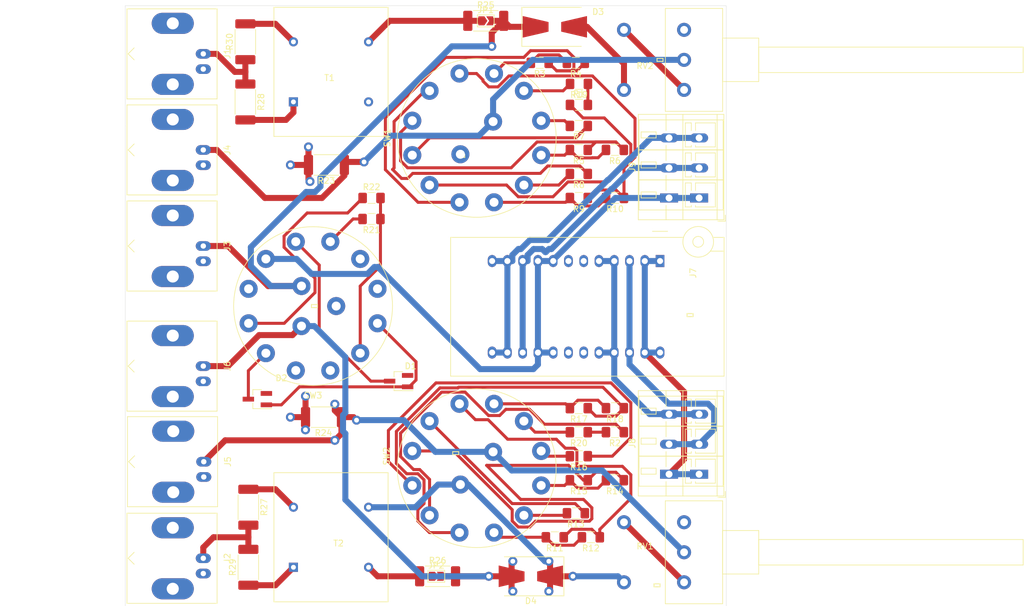
<source format=kicad_pcb>
(kicad_pcb (version 20171130) (host pcbnew 5.1.6+dfsg1-1)
  (layers (0 F.Cu signal) (1 InF.Cu power) (2 InB.Cu power) (31 B.Cu signal) (35 F.Paste user) (37 F.SilkS user) (39 F.Mask user) (44 Edge.Cuts user hide))
  (net 0 "")
  (net 1 "Net-(R1-Pad2)")
  (net 2 "Net-(R1-Pad1)")
  (net 3 "Net-(R2-Pad2)")
  (net 4 "Net-(R2-Pad1)")
  (net 5 "Net-(R3-Pad2)")
  (net 6 "Net-(R3-Pad1)")
  (net 7 "Net-(R5-Pad2)")
  (net 8 "Net-(R5-Pad1)")
  (net 9 "Net-(R7-Pad2)")
  (net 10 "Net-(R7-Pad1)")
  (net 11 "Net-(R8-Pad2)")
  (net 12 "Net-(R8-Pad1)")
  (net 13 "Net-(R10-Pad2)")
  (net 14 "Net-(R10-Pad1)")
  (net 15 "Net-(R11-Pad2)")
  (net 16 "Net-(R11-Pad1)")
  (net 17 "Net-(R13-Pad2)")
  (net 18 "Net-(R13-Pad1)")
  (net 19 "Net-(R14-Pad2)")
  (net 20 "Net-(R14-Pad1)")
  (net 21 "Net-(R16-Pad2)")
  (net 22 "Net-(R16-Pad1)")
  (net 23 "Net-(R17-Pad2)")
  (net 24 "Net-(R17-Pad1)")
  (net 25 "Net-(R19-Pad2)")
  (net 26 "Net-(R20-Pad2)")
  (net 27 /IN12)
  (net 28 /IN11)
  (net 29 /IN22)
  (net 30 /IN21)
  (net 31 /GND)
  (net 32 /V1)
  (net 33 /I1)
  (net 34 /I2)
  (net 35 /V2)
  (net 36 /T1)
  (net 37 /T2)
  (net 38 /CD1)
  (net 39 /CD2)
  (net 40 /CD3)
  (net 41 /DUT11)
  (net 42 /DUT12)
  (net 43 /DUT13)
  (net 44 /DUT21)
  (net 45 /DUT22)
  (net 46 /DUT23)
  (net 47 /CR1)
  (net 48 /CR2)
  (net 49 /CR3)
  (net 50 "Net-(JP1-Pad1)")
  (net 51 "Net-(JP2-Pad1)")
  (net 52 "Net-(RV1-Pad1)")
  (net 53 "Net-(RV1-Pad3)")
  (net 54 "Net-(RV2-Pad1)")
  (net 55 "Net-(RV2-Pad3)")
  (net 56 /IN11a)
  (net 57 /IN21a)
  (module Resistor_SMD:R_2512_6332Metric_Pad1.52x3.35mm_HandSolder (layer F.Cu) (at 103.4875 76.5 180)
    (fp_text reference R23 (at 0 -2.62) (layer F.SilkS))
    (fp_text value "0R01 5W 1%")
    (pad 2 smd roundrect (at 2.9875 0 180) (size 1.525 3.35) (layers F.Cu F.Paste F.Mask) (roundrect_rratio 0.163934) (net 31 /GND))
    (pad 1 smd roundrect (at -2.9875 0 180) (size 1.525 3.35) (layers F.Cu F.Paste F.Mask) (roundrect_rratio 0.163934) (net 33 /I1))
  )
  (module Resistor_SMD:R_1206_3216Metric_Pad1.42x1.75mm_HandSolder (layer F.Cu) (at 151.4875 117 180)
    (fp_text reference R18 (at 0 -1.82) (layer F.SilkS))
    (fp_text value "10K0 0W5 1%")
    (pad 2 smd roundrect (at 1.4875 0 180) (size 1.425 1.75) (layers F.Cu F.Paste F.Mask) (roundrect_rratio 0.175439) (net 23 "Net-(R17-Pad2)"))
    (pad 1 smd roundrect (at -1.4875 0 180) (size 1.425 1.75) (layers F.Cu F.Paste F.Mask) (roundrect_rratio 0.175439) (net 24 "Net-(R17-Pad1)"))
  )
  (module Resistor_SMD:R_2512_6332Metric_Pad1.52x3.35mm_HandSolder (layer F.Cu) (at 90 55.9875 90)
    (fp_text reference R30 (at 0 -2.62 90) (layer F.SilkS))
    (fp_text value "100R0 1W0 5%")
    (pad 2 smd roundrect (at 2.9875 0 90) (size 1.525 3.35) (layers F.Cu F.Paste F.Mask) (roundrect_rratio 0.163934) (net 28 /IN11))
    (pad 1 smd roundrect (at -2.9875 0 90) (size 1.525 3.35) (layers F.Cu F.Paste F.Mask) (roundrect_rratio 0.163934) (net 56 /IN11a))
  )
  (module Resistor_SMD:R_2512_6332Metric_Pad1.52x3.35mm_HandSolder (layer F.Cu) (at 90.5 143.5 90)
    (fp_text reference R29 (at 0 -2.62 90) (layer F.SilkS))
    (fp_text value "100R0 1W0 5%")
    (pad 2 smd roundrect (at 2.9875 0 90) (size 1.525 3.35) (layers F.Cu F.Paste F.Mask) (roundrect_rratio 0.163934) (net 57 /IN21a))
    (pad 1 smd roundrect (at -2.9875 0 90) (size 1.525 3.35) (layers F.Cu F.Paste F.Mask) (roundrect_rratio 0.163934) (net 30 /IN21))
  )
  (module Resistor_SMD:R_2512_6332Metric_Pad1.52x3.35mm_HandSolder (layer F.Cu) (at 90 66.0125 270)
    (fp_text reference R28 (at 0 -2.62 90) (layer F.SilkS))
    (fp_text value "100R0 1W0 5%")
    (pad 2 smd roundrect (at 2.9875 0 270) (size 1.525 3.35) (layers F.Cu F.Paste F.Mask) (roundrect_rratio 0.163934) (net 27 /IN12))
    (pad 1 smd roundrect (at -2.9875 0 270) (size 1.525 3.35) (layers F.Cu F.Paste F.Mask) (roundrect_rratio 0.163934) (net 56 /IN11a))
  )
  (module Resistor_SMD:R_2512_6332Metric_Pad1.52x3.35mm_HandSolder (layer F.Cu) (at 90.5 133.5 270)
    (fp_text reference R27 (at 0 -2.62 90) (layer F.SilkS))
    (fp_text value "100R0 1W0 5%")
    (pad 2 smd roundrect (at 2.9875 0 270) (size 1.525 3.35) (layers F.Cu F.Paste F.Mask) (roundrect_rratio 0.163934) (net 57 /IN21a))
    (pad 1 smd roundrect (at -2.9875 0 270) (size 1.525 3.35) (layers F.Cu F.Paste F.Mask) (roundrect_rratio 0.163934) (net 29 /IN22))
  )
  (module Reichelt:BOM_ONLY (layer F.Cu) (at 164 99.5)
    (fp_text reference N6 hide)
    (fp_text value "Gehäuse 110 x 107 x 60")
  )
  (module Reichelt:BOM_ONLY (layer F.Cu) (at 101.5 98)
    (fp_text reference N5 hide)
    (fp_text value "Knopf, 6mm, D, Gruen")
  )
  (module Reichelt:BOM_ONLY (layer F.Cu) (at 125 122.5)
    (fp_text reference N4 hide)
    (fp_text value "Knopf, 6mm, D, Rot")
  )
  (module Reichelt:BOM_ONLY (layer F.Cu) (at 126 73)
    (fp_text reference N3 hide)
    (fp_text value "Knopf, 6mm, D, Rot")
  )
  (module Reichelt:BOM_ONLY (layer F.Cu) (at 159 57)
    (fp_text reference N2 hide)
    (fp_text value "Knopf, 6mm, Gruen")
  )
  (module Reichelt:BOM_ONLY (layer F.Cu) (at 158.5 144.5)
    (fp_text reference N1 hide)
    (fp_text value "Knopf, 6mm, Gruen")
  )
  (module Reichelt:PO6M+S (layer F.Cu) (at 163 64)
    (fp_text reference RV2 (at -6.5 -4) (layer F.SilkS))
    (fp_text value PO6M+S)
    (pad 5 thru_hole circle (at -10 -10) (size 2.34 2.34) (drill 1.3) (layers *.Cu *.Mask) (net 54 "Net-(RV2-Pad1)"))
    (pad 4 thru_hole circle (at -10 0) (size 2.34 2.34) (drill 1.3) (layers *.Cu *.Mask) (net 36 /T1))
    (pad 3 thru_hole circle (at 0 -10) (size 2.34 2.34) (drill 1.3) (layers *.Cu *.Mask) (net 55 "Net-(RV2-Pad3)"))
    (pad 2 thru_hole circle (at 0 -5) (size 2.34 2.34) (drill 1.3) (layers *.Cu *.Mask) (net 33 /I1))
    (pad 1 thru_hole circle (at 0 0) (size 2.34 2.34) (drill 1.3) (layers *.Cu *.Mask) (net 54 "Net-(RV2-Pad1)"))
  )
  (module Socket:DIP_Socket-24_W11.9_W12.7_W15.24_W17.78_W18.5_3M_224-1275-00-0602J (layer F.Cu) (at 159 92.5 270)
    (fp_text reference J7 (at 2 -5.5 90) (layer F.SilkS))
    (fp_text value Conn_02x12_Counter_Clockwise)
    (pad 13 thru_hole oval (at 15.24 27.94 270) (size 2 1.44) (drill 1) (layers *.Cu *.Mask) (net 46 /DUT23))
    (pad 12 thru_hole oval (at 0 27.94 270) (size 2 1.44) (drill 1) (layers *.Cu *.Mask) (net 46 /DUT23))
    (pad 14 thru_hole oval (at 15.24 25.4 270) (size 2 1.44) (drill 1) (layers *.Cu *.Mask) (net 46 /DUT23))
    (pad 11 thru_hole oval (at 0 25.4 270) (size 2 1.44) (drill 1) (layers *.Cu *.Mask) (net 46 /DUT23))
    (pad 15 thru_hole oval (at 15.24 22.86 270) (size 2 1.44) (drill 1) (layers *.Cu *.Mask) (net 45 /DUT22))
    (pad 10 thru_hole oval (at 0 22.86 270) (size 2 1.44) (drill 1) (layers *.Cu *.Mask) (net 45 /DUT22))
    (pad 16 thru_hole oval (at 15.24 20.32 270) (size 2 1.44) (drill 1) (layers *.Cu *.Mask) (net 44 /DUT21))
    (pad 9 thru_hole oval (at 0 20.32 270) (size 2 1.44) (drill 1) (layers *.Cu *.Mask) (net 44 /DUT21))
    (pad 17 thru_hole oval (at 15.24 17.78 270) (size 2 1.44) (drill 1) (layers *.Cu *.Mask) (net 44 /DUT21))
    (pad 8 thru_hole oval (at 0 17.78 270) (size 2 1.44) (drill 1) (layers *.Cu *.Mask) (net 44 /DUT21))
    (pad 18 thru_hole oval (at 15.24 15.24 270) (size 2 1.44) (drill 1) (layers *.Cu *.Mask) (net 31 /GND))
    (pad 7 thru_hole oval (at 0 15.24 270) (size 2 1.44) (drill 1) (layers *.Cu *.Mask) (net 31 /GND))
    (pad 19 thru_hole oval (at 15.24 12.7 270) (size 2 1.44) (drill 1) (layers *.Cu *.Mask) (net 31 /GND))
    (pad 6 thru_hole oval (at 0 12.7 270) (size 2 1.44) (drill 1) (layers *.Cu *.Mask) (net 31 /GND))
    (pad 20 thru_hole oval (at 15.24 10.16 270) (size 2 1.44) (drill 1) (layers *.Cu *.Mask) (net 43 /DUT13))
    (pad 5 thru_hole oval (at 0 10.16 270) (size 2 1.44) (drill 1) (layers *.Cu *.Mask) (net 43 /DUT13))
    (pad 21 thru_hole oval (at 15.24 7.62 270) (size 2 1.44) (drill 1) (layers *.Cu *.Mask) (net 43 /DUT13))
    (pad 4 thru_hole oval (at 0 7.62 270) (size 2 1.44) (drill 1) (layers *.Cu *.Mask) (net 43 /DUT13))
    (pad 22 thru_hole oval (at 15.24 5.08 270) (size 2 1.44) (drill 1) (layers *.Cu *.Mask) (net 42 /DUT12))
    (pad 3 thru_hole oval (at 0 5.08 270) (size 2 1.44) (drill 1) (layers *.Cu *.Mask) (net 42 /DUT12))
    (pad 23 thru_hole oval (at 15.24 2.54 270) (size 2 1.44) (drill 1) (layers *.Cu *.Mask) (net 41 /DUT11))
    (pad 2 thru_hole oval (at 0 2.54 270) (size 2 1.44) (drill 1) (layers *.Cu *.Mask) (net 41 /DUT11))
    (pad 24 thru_hole oval (at 15.24 0 270) (size 2 1.44) (drill 1) (layers *.Cu *.Mask) (net 41 /DUT11))
    (pad 1 thru_hole rect (at 0 0 270) (size 2 1.44) (drill 1) (layers *.Cu *.Mask) (net 41 /DUT11))
  )
  (module TerminalBlock_WAGO:TerminalBlock_WAGO_236-403_1x03_P5.00mm_45Degree (layer F.Cu) (at 160.5 82 90)
    (fp_text reference J9 (at 5.15 -6.12 90) (layer F.SilkS))
    (fp_text value Conn_01x03_Female)
    (pad 3 thru_hole oval (at 10 5 90) (size 1.5 3) (drill 1.15) (layers *.Cu *.Mask) (net 46 /DUT23))
    (pad 3 thru_hole oval (at 10 0 90) (size 1.5 3) (drill 1.15) (layers *.Cu *.Mask) (net 46 /DUT23))
    (pad 2 thru_hole oval (at 5 5 90) (size 1.5 3) (drill 1.15) (layers *.Cu *.Mask) (net 45 /DUT22))
    (pad 2 thru_hole oval (at 5 0 90) (size 1.5 3) (drill 1.15) (layers *.Cu *.Mask) (net 45 /DUT22))
    (pad 1 thru_hole rect (at 0 5 90) (size 1.5 3) (drill 1.15) (layers *.Cu *.Mask) (net 44 /DUT21))
    (pad 1 thru_hole rect (at 0 0 90) (size 1.5 3) (drill 1.15) (layers *.Cu *.Mask) (net 44 /DUT21))
  )
  (module TerminalBlock_WAGO:TerminalBlock_WAGO_236-403_1x03_P5.00mm_45Degree (layer F.Cu) (at 160.5 128 90)
    (fp_text reference J8 (at 5.15 -6.12 90) (layer F.SilkS))
    (fp_text value Conn_01x03_Female)
    (pad 3 thru_hole oval (at 10 5 90) (size 1.5 3) (drill 1.15) (layers *.Cu *.Mask) (net 43 /DUT13))
    (pad 3 thru_hole oval (at 10 0 90) (size 1.5 3) (drill 1.15) (layers *.Cu *.Mask) (net 43 /DUT13))
    (pad 2 thru_hole oval (at 5 5 90) (size 1.5 3) (drill 1.15) (layers *.Cu *.Mask) (net 42 /DUT12))
    (pad 2 thru_hole oval (at 5 0 90) (size 1.5 3) (drill 1.15) (layers *.Cu *.Mask) (net 42 /DUT12))
    (pad 1 thru_hole rect (at 0 5 90) (size 1.5 3) (drill 1.15) (layers *.Cu *.Mask) (net 41 /DUT11))
    (pad 1 thru_hole rect (at 0 0 90) (size 1.5 3) (drill 1.15) (layers *.Cu *.Mask) (net 41 /DUT11))
  )
  (module Diode_SMD:D_SMB-SMC_Universal_Handsoldering (layer F.Cu) (at 137.5 145 180)
    (fp_text reference D4 (at 0 -4.1) (layer F.SilkS))
    (fp_text value SMDJ10CA)
    (pad 2 smd trapezoid (at 3.2 0) (size 4.3 2.6) (rect_delta 1 0) (layers F.Cu F.Paste F.Mask) (net 35 /V2))
    (pad 1 smd trapezoid (at -3.2 0 180) (size 4.3 2.6) (rect_delta 1 0) (layers F.Cu F.Paste F.Mask) (net 37 /T2))
  )
  (module Diode_SMD:D_SMB-SMC_Universal_Handsoldering (layer F.Cu) (at 141.5 53.5)
    (fp_text reference D3 (at 7.2 -2.5) (layer F.SilkS))
    (fp_text value SMDJ10CA)
    (pad 2 smd trapezoid (at 3.2 0 180) (size 4.3 2.6) (rect_delta 1 0) (layers F.Cu F.Paste F.Mask) (net 36 /T1))
    (pad 1 smd trapezoid (at -3.2 0) (size 4.3 2.6) (rect_delta 1 0) (layers F.Cu F.Paste F.Mask) (net 32 /V1))
  )
  (module Jumper:SolderJumper-2_P1.3mm_Open_TrianglePad1.0x1.5mm (layer F.Cu) (at 121.775 145)
    (fp_text reference JP2 (at 0 -1.8) (layer F.SilkS))
    (fp_text value SolderJumper_2_Bridged)
    (pad 1 smd custom (at -0.725 0) (size 0.3 0.3) (layers F.Cu F.Mask) (net 51 "Net-(JP2-Pad1)") (options (clearance outline) (anchor rect)) (primitives (gr_poly (pts (xy -0.5 -0.75) (xy 0.5 -0.75) (xy 1 0) (xy 0.5 0.75) (xy -0.5 0.75)) (width 0))))
    (pad 2 smd custom (at 0.725 0) (size 0.3 0.3) (layers F.Cu F.Mask) (net 35 /V2) (options (clearance outline) (anchor rect)) (primitives (gr_poly (pts (xy -0.65 -0.75) (xy 0.5 -0.75) (xy 0.5 0.75) (xy -0.65 0.75) (xy -0.15 0)) (width 0))))
  )
  (module Jumper:SolderJumper-2_P1.3mm_Open_TrianglePad1.0x1.5mm (layer F.Cu) (at 130 52.5)
    (fp_text reference JP1 (at 0 -1.8) (layer F.SilkS))
    (fp_text value SolderJumper_2_Bridged)
    (pad 1 smd custom (at -0.725 0) (size 0.3 0.3) (layers F.Cu F.Mask) (net 50 "Net-(JP1-Pad1)") (options (clearance outline) (anchor rect)) (primitives (gr_poly (pts (xy -0.5 -0.75) (xy 0.5 -0.75) (xy 1 0) (xy 0.5 0.75) (xy -0.5 0.75)) (width 0))))
    (pad 2 smd custom (at 0.725 0) (size 0.3 0.3) (layers F.Cu F.Mask) (net 32 /V1) (options (clearance outline) (anchor rect)) (primitives (gr_poly (pts (xy -0.65 -0.75) (xy 0.5 -0.75) (xy 0.5 0.75) (xy -0.65 0.75) (xy -0.15 0)) (width 0))))
  )
  (module Reichelt:PO6M+S (layer F.Cu) (at 163 146)
    (fp_text reference RV1 (at -6.5 -6) (layer F.SilkS))
    (fp_text value PO6M+S)
    (pad 5 thru_hole circle (at -10 -10) (size 2.34 2.34) (drill 1.3) (layers *.Cu *.Mask) (net 52 "Net-(RV1-Pad1)"))
    (pad 4 thru_hole circle (at -10 0) (size 2.34 2.34) (drill 1.3) (layers *.Cu *.Mask) (net 37 /T2))
    (pad 3 thru_hole circle (at 0 -10) (size 2.34 2.34) (drill 1.3) (layers *.Cu *.Mask) (net 53 "Net-(RV1-Pad3)"))
    (pad 2 thru_hole circle (at 0 -5) (size 2.34 2.34) (drill 1.3) (layers *.Cu *.Mask) (net 34 /I2))
    (pad 1 thru_hole circle (at 0 0) (size 2.34 2.34) (drill 1.3) (layers *.Cu *.Mask) (net 52 "Net-(RV1-Pad1)"))
  )
  (module Resistor_SMD:R_2512_6332Metric_Pad1.52x3.35mm_HandSolder (layer F.Cu) (at 121.9875 145)
    (fp_text reference R26 (at 0 -2.62) (layer F.SilkS))
    (fp_text value "100R0 1W0 5%")
    (pad 2 smd roundrect (at 2.9875 0) (size 1.525 3.35) (layers F.Cu F.Paste F.Mask) (roundrect_rratio 0.163934) (net 35 /V2))
    (pad 1 smd roundrect (at -2.9875 0) (size 1.525 3.35) (layers F.Cu F.Paste F.Mask) (roundrect_rratio 0.163934) (net 51 "Net-(JP2-Pad1)"))
  )
  (module Resistor_SMD:R_2512_6332Metric_Pad1.52x3.35mm_HandSolder (layer F.Cu) (at 130 52.5)
    (fp_text reference R25 (at 0 -2.62) (layer F.SilkS))
    (fp_text value "100R0 1W0 5%")
    (pad 2 smd roundrect (at 2.9875 0) (size 1.525 3.35) (layers F.Cu F.Paste F.Mask) (roundrect_rratio 0.163934) (net 32 /V1))
    (pad 1 smd roundrect (at -2.9875 0) (size 1.525 3.35) (layers F.Cu F.Paste F.Mask) (roundrect_rratio 0.163934) (net 50 "Net-(JP1-Pad1)"))
  )
  (module Resistor_SMD:R_2512_6332Metric_Pad1.52x3.35mm_HandSolder (layer F.Cu) (at 103 118.5 180)
    (fp_text reference R24 (at 0 -2.62) (layer F.SilkS))
    (fp_text value "0R01 5W 1%")
    (pad 2 smd roundrect (at 2.9875 0 180) (size 1.525 3.35) (layers F.Cu F.Paste F.Mask) (roundrect_rratio 0.163934) (net 31 /GND))
    (pad 1 smd roundrect (at -2.9875 0 180) (size 1.525 3.35) (layers F.Cu F.Paste F.Mask) (roundrect_rratio 0.163934) (net 34 /I2))
  )
  (module Reichelt:NFU_1-1 (layer F.Cu) (at 98 143.5 180)
    (fp_text reference T2 (at -7.5 4 180) (layer F.SilkS))
    (fp_text value NFU_1-6)
    (pad 6 thru_hole circle (at -12.5 0 180) (size 1.52 1.52) (drill 0.81) (layers *.Cu *.Mask) (net 51 "Net-(JP2-Pad1)"))
    (pad 4 thru_hole circle (at -12.5 10 180) (size 1.52 1.52) (drill 0.81) (layers *.Cu *.Mask) (net 37 /T2))
    (pad 1 thru_hole rect (at 0 0 180) (size 1.52 1.52) (drill 0.81) (layers *.Cu *.Mask) (net 30 /IN21))
    (pad 3 thru_hole circle (at 0 10 180) (size 1.52 1.52) (drill 0.81) (layers *.Cu *.Mask) (net 29 /IN22))
  )
  (module Reichelt:NFU_1-1 (layer F.Cu) (at 98 66 180)
    (fp_text reference T1 (at -6 4 180) (layer F.SilkS))
    (fp_text value NFU_1-6)
    (pad 6 thru_hole circle (at -12.5 0 180) (size 1.52 1.52) (drill 0.81) (layers *.Cu *.Mask) (net 36 /T1))
    (pad 4 thru_hole circle (at -12.5 10 180) (size 1.52 1.52) (drill 0.81) (layers *.Cu *.Mask) (net 50 "Net-(JP1-Pad1)"))
    (pad 1 thru_hole rect (at 0 0 180) (size 1.52 1.52) (drill 0.81) (layers *.Cu *.Mask) (net 27 /IN12))
    (pad 3 thru_hole circle (at 0 10 180) (size 1.52 1.52) (drill 0.81) (layers *.Cu *.Mask) (net 28 /IN11))
  )
  (module Reichelt:RND210-00076 (layer F.Cu) (at 101.265803 100 180)
    (fp_text reference SW3 (at 0 -14.89) (layer F.SilkS))
    (fp_text value SW_Rotary3x4)
    (pad 13 thru_hole oval (at 1.924999 3.334197 180) (size 3 3) (drill 1.5) (layers *.Cu *.Mask) (net 32 /V1))
    (pad 14 thru_hole oval (at -3.85 0 180) (size 3 3) (drill 1.5) (layers *.Cu *.Mask) (net 31 /GND))
    (pad 15 thru_hole oval (at 1.924999 -3.334197 180) (size 3 3) (drill 1.5) (layers *.Cu *.Mask) (net 35 /V2))
    (pad 12 thru_hole oval (at 10.721776 -2.872891 180) (size 3 3) (drill 1.5) (layers *.Cu *.Mask) (net 49 /CR3))
    (pad 11 thru_hole oval (at 7.848885 -7.848885 180) (size 3 3) (drill 1.5) (layers *.Cu *.Mask) (net 40 /CD3))
    (pad 10 thru_hole oval (at 2.872891 -10.721776 180) (size 3 3) (drill 1.5) (layers *.Cu *.Mask) (net 46 /DUT23))
    (pad 9 thru_hole oval (at -2.872891 -10.721776 180) (size 3 3) (drill 1.5) (layers *.Cu *.Mask) (net 43 /DUT13))
    (pad 8 thru_hole oval (at -7.848885 -7.848885 180) (size 3 3) (drill 1.5) (layers *.Cu *.Mask) (net 48 /CR2))
    (pad 7 thru_hole oval (at -10.721776 -2.872891 180) (size 3 3) (drill 1.5) (layers *.Cu *.Mask) (net 39 /CD2))
    (pad 6 thru_hole oval (at -10.721776 2.872891 180) (size 3 3) (drill 1.5) (layers *.Cu *.Mask) (net 45 /DUT22))
    (pad 5 thru_hole oval (at -7.848885 7.848885 180) (size 3 3) (drill 1.5) (layers *.Cu *.Mask) (net 42 /DUT12))
    (pad 4 thru_hole oval (at -2.872891 10.721776 180) (size 3 3) (drill 1.5) (layers *.Cu *.Mask) (net 47 /CR1))
    (pad 3 thru_hole oval (at 2.872891 10.721776 180) (size 3 3) (drill 1.5) (layers *.Cu *.Mask) (net 38 /CD1))
    (pad 2 thru_hole oval (at 7.848885 7.848885 180) (size 3 3) (drill 1.5) (layers *.Cu *.Mask) (net 44 /DUT21))
    (pad 1 thru_hole oval (at 10.721776 2.872891 180) (size 3 3) (drill 1.5) (layers *.Cu *.Mask) (net 41 /DUT11))
  )
  (module Reichelt:RND210-00068 (layer F.Cu) (at 128.5 127 90)
    (fp_text reference SW2 (at 2 -15 90) (layer F.SilkS))
    (fp_text value SW_Rotary2x6)
    (pad 13 thru_hole oval (at 2.722361 2.722361 90) (size 3 3) (drill 1.5) (layers *.Cu *.Mask) (net 34 /I2))
    (pad 14 thru_hole oval (at -2.722361 -2.722361 90) (size 3 3) (drill 1.5) (layers *.Cu *.Mask) (net 37 /T2))
    (pad 12 thru_hole oval (at 10.721776 -2.872891 90) (size 3 3) (drill 1.5) (layers *.Cu *.Mask) (net 16 "Net-(R11-Pad1)"))
    (pad 11 thru_hole oval (at 7.848885 -7.848885 90) (size 3 3) (drill 1.5) (layers *.Cu *.Mask) (net 18 "Net-(R13-Pad1)"))
    (pad 10 thru_hole oval (at 2.872891 -10.721776 90) (size 3 3) (drill 1.5) (layers *.Cu *.Mask) (net 20 "Net-(R14-Pad1)"))
    (pad 9 thru_hole oval (at -2.872891 -10.721776 90) (size 3 3) (drill 1.5) (layers *.Cu *.Mask) (net 22 "Net-(R16-Pad1)"))
    (pad 8 thru_hole oval (at -7.848885 -7.848885 90) (size 3 3) (drill 1.5) (layers *.Cu *.Mask) (net 4 "Net-(R2-Pad1)"))
    (pad 7 thru_hole oval (at -10.721776 -2.872891 90) (size 3 3) (drill 1.5) (layers *.Cu *.Mask) (net 24 "Net-(R17-Pad1)"))
    (pad 6 thru_hole oval (at -10.721776 2.872891 90) (size 3 3) (drill 1.5) (layers *.Cu *.Mask) (net 15 "Net-(R11-Pad2)"))
    (pad 5 thru_hole oval (at -7.848885 7.848885 90) (size 3 3) (drill 1.5) (layers *.Cu *.Mask) (net 17 "Net-(R13-Pad2)"))
    (pad 4 thru_hole oval (at -2.872891 10.721776 90) (size 3 3) (drill 1.5) (layers *.Cu *.Mask) (net 19 "Net-(R14-Pad2)"))
    (pad 3 thru_hole oval (at 2.872891 10.721776 90) (size 3 3) (drill 1.5) (layers *.Cu *.Mask) (net 21 "Net-(R16-Pad2)"))
    (pad 2 thru_hole oval (at 7.848885 7.848885 90) (size 3 3) (drill 1.5) (layers *.Cu *.Mask) (net 26 "Net-(R20-Pad2)"))
    (pad 1 thru_hole oval (at 10.721776 2.872891 90) (size 3 3) (drill 1.5) (layers *.Cu *.Mask) (net 23 "Net-(R17-Pad2)"))
  )
  (module Reichelt:RND210-00068 (layer F.Cu) (at 128.5 72 90)
    (fp_text reference SW1 (at 0 -14.89 90) (layer F.SilkS))
    (fp_text value SW_Rotary2x6)
    (pad 13 thru_hole oval (at 2.722361 2.722361 90) (size 3 3) (drill 1.5) (layers *.Cu *.Mask) (net 33 /I1))
    (pad 14 thru_hole oval (at -2.722361 -2.722361 90) (size 3 3) (drill 1.5) (layers *.Cu *.Mask) (net 36 /T1))
    (pad 12 thru_hole oval (at 10.721776 -2.872891 90) (size 3 3) (drill 1.5) (layers *.Cu *.Mask) (net 14 "Net-(R10-Pad1)"))
    (pad 11 thru_hole oval (at 7.848885 -7.848885 90) (size 3 3) (drill 1.5) (layers *.Cu *.Mask) (net 12 "Net-(R8-Pad1)"))
    (pad 10 thru_hole oval (at 2.872891 -10.721776 90) (size 3 3) (drill 1.5) (layers *.Cu *.Mask) (net 8 "Net-(R5-Pad1)"))
    (pad 9 thru_hole oval (at -2.872891 -10.721776 90) (size 3 3) (drill 1.5) (layers *.Cu *.Mask) (net 10 "Net-(R7-Pad1)"))
    (pad 8 thru_hole oval (at -7.848885 -7.848885 90) (size 3 3) (drill 1.5) (layers *.Cu *.Mask) (net 2 "Net-(R1-Pad1)"))
    (pad 7 thru_hole oval (at -10.721776 -2.872891 90) (size 3 3) (drill 1.5) (layers *.Cu *.Mask) (net 6 "Net-(R3-Pad1)"))
    (pad 6 thru_hole oval (at -10.721776 2.872891 90) (size 3 3) (drill 1.5) (layers *.Cu *.Mask) (net 13 "Net-(R10-Pad2)"))
    (pad 5 thru_hole oval (at -7.848885 7.848885 90) (size 3 3) (drill 1.5) (layers *.Cu *.Mask) (net 11 "Net-(R8-Pad2)"))
    (pad 4 thru_hole oval (at -2.872891 10.721776 90) (size 3 3) (drill 1.5) (layers *.Cu *.Mask) (net 7 "Net-(R5-Pad2)"))
    (pad 3 thru_hole oval (at 2.872891 10.721776 90) (size 3 3) (drill 1.5) (layers *.Cu *.Mask) (net 9 "Net-(R7-Pad2)"))
    (pad 2 thru_hole oval (at 7.848885 7.848885 90) (size 3 3) (drill 1.5) (layers *.Cu *.Mask) (net 25 "Net-(R19-Pad2)"))
    (pad 1 thru_hole oval (at 10.721776 2.872891 90) (size 3 3) (drill 1.5) (layers *.Cu *.Mask) (net 5 "Net-(R3-Pad2)"))
  )
  (module Resistor_SMD:R_1206_3216Metric_Pad1.42x1.75mm_HandSolder (layer F.Cu) (at 111 82)
    (fp_text reference R22 (at 0 -1.82) (layer F.SilkS))
    (fp_text value "1K0 0W5 1%")
    (pad 2 smd roundrect (at 1.4875 0) (size 1.425 1.75) (layers F.Cu F.Paste F.Mask) (roundrect_rratio 0.175439) (net 48 /CR2))
    (pad 1 smd roundrect (at -1.4875 0) (size 1.425 1.75) (layers F.Cu F.Paste F.Mask) (roundrect_rratio 0.175439) (net 49 /CR3))
  )
  (module Resistor_SMD:R_1206_3216Metric_Pad1.42x1.75mm_HandSolder (layer F.Cu) (at 110.9875 85.5 180)
    (fp_text reference R21 (at 0 -1.82) (layer F.SilkS))
    (fp_text value "1K0 0W5 1%")
    (pad 2 smd roundrect (at 1.4875 0 180) (size 1.425 1.75) (layers F.Cu F.Paste F.Mask) (roundrect_rratio 0.175439) (net 47 /CR1))
    (pad 1 smd roundrect (at -1.4875 0 180) (size 1.425 1.75) (layers F.Cu F.Paste F.Mask) (roundrect_rratio 0.175439) (net 48 /CR2))
  )
  (module Resistor_SMD:R_1206_3216Metric_Pad1.42x1.75mm_HandSolder (layer F.Cu) (at 145.4875 121 180)
    (fp_text reference R20 (at 0 -1.82) (layer F.SilkS))
    (fp_text value "1K0 0W5 1%")
    (pad 2 smd roundrect (at 1.4875 0 180) (size 1.425 1.75) (layers F.Cu F.Paste F.Mask) (roundrect_rratio 0.175439) (net 26 "Net-(R20-Pad2)"))
    (pad 1 smd roundrect (at -1.4875 0 180) (size 1.425 1.75) (layers F.Cu F.Paste F.Mask) (roundrect_rratio 0.175439) (net 3 "Net-(R2-Pad2)"))
  )
  (module Resistor_SMD:R_1206_3216Metric_Pad1.42x1.75mm_HandSolder (layer F.Cu) (at 145.5125 63 180)
    (fp_text reference R19 (at 0 -1.82) (layer F.SilkS))
    (fp_text value "1K0 0W5 1%")
    (pad 2 smd roundrect (at 1.4875 0 180) (size 1.425 1.75) (layers F.Cu F.Paste F.Mask) (roundrect_rratio 0.175439) (net 25 "Net-(R19-Pad2)"))
    (pad 1 smd roundrect (at -1.4875 0 180) (size 1.425 1.75) (layers F.Cu F.Paste F.Mask) (roundrect_rratio 0.175439) (net 1 "Net-(R1-Pad2)"))
  )
  (module Resistor_SMD:R_1206_3216Metric_Pad1.42x1.75mm_HandSolder (layer F.Cu) (at 145.4875 117 180)
    (fp_text reference R17 (at 0 -1.82) (layer F.SilkS))
    (fp_text value "10K0 0W5 1%")
    (pad 2 smd roundrect (at 1.4875 0 180) (size 1.425 1.75) (layers F.Cu F.Paste F.Mask) (roundrect_rratio 0.175439) (net 23 "Net-(R17-Pad2)"))
    (pad 1 smd roundrect (at -1.4875 0 180) (size 1.425 1.75) (layers F.Cu F.Paste F.Mask) (roundrect_rratio 0.175439) (net 24 "Net-(R17-Pad1)"))
  )
  (module Resistor_SMD:R_1206_3216Metric_Pad1.42x1.75mm_HandSolder (layer F.Cu) (at 145.4875 125 180)
    (fp_text reference R16 (at 0 -1.82) (layer F.SilkS))
    (fp_text value "1K0 0W5 1%")
    (pad 2 smd roundrect (at 1.4875 0 180) (size 1.425 1.75) (layers F.Cu F.Paste F.Mask) (roundrect_rratio 0.175439) (net 21 "Net-(R16-Pad2)"))
    (pad 1 smd roundrect (at -1.4875 0 180) (size 1.425 1.75) (layers F.Cu F.Paste F.Mask) (roundrect_rratio 0.175439) (net 22 "Net-(R16-Pad1)"))
  )
  (module Resistor_SMD:R_1206_3216Metric_Pad1.42x1.75mm_HandSolder (layer F.Cu) (at 145.4875 129 180)
    (fp_text reference R15 (at 0 -1.82) (layer F.SilkS))
    (fp_text value "1K0 0W5 1%")
    (pad 2 smd roundrect (at 1.4875 0 180) (size 1.425 1.75) (layers F.Cu F.Paste F.Mask) (roundrect_rratio 0.175439) (net 19 "Net-(R14-Pad2)"))
    (pad 1 smd roundrect (at -1.4875 0 180) (size 1.425 1.75) (layers F.Cu F.Paste F.Mask) (roundrect_rratio 0.175439) (net 20 "Net-(R14-Pad1)"))
  )
  (module Resistor_SMD:R_1206_3216Metric_Pad1.42x1.75mm_HandSolder (layer F.Cu) (at 151.4875 129 180)
    (fp_text reference R14 (at 0 -1.82) (layer F.SilkS))
    (fp_text value "1K0 0W5 1%")
    (pad 2 smd roundrect (at 1.4875 0 180) (size 1.425 1.75) (layers F.Cu F.Paste F.Mask) (roundrect_rratio 0.175439) (net 19 "Net-(R14-Pad2)"))
    (pad 1 smd roundrect (at -1.4875 0 180) (size 1.425 1.75) (layers F.Cu F.Paste F.Mask) (roundrect_rratio 0.175439) (net 20 "Net-(R14-Pad1)"))
  )
  (module Resistor_SMD:R_1206_3216Metric_Pad1.42x1.75mm_HandSolder (layer F.Cu) (at 145 134.5 180)
    (fp_text reference R13 (at 0 -1.82) (layer F.SilkS))
    (fp_text value "200R0 0W5 1%")
    (pad 2 smd roundrect (at 1.4875 0 180) (size 1.425 1.75) (layers F.Cu F.Paste F.Mask) (roundrect_rratio 0.175439) (net 17 "Net-(R13-Pad2)"))
    (pad 1 smd roundrect (at -1.4875 0 180) (size 1.425 1.75) (layers F.Cu F.Paste F.Mask) (roundrect_rratio 0.175439) (net 18 "Net-(R13-Pad1)"))
  )
  (module Resistor_SMD:R_1206_3216Metric_Pad1.42x1.75mm_HandSolder (layer F.Cu) (at 147.4875 138.5 180)
    (fp_text reference R12 (at 0 -1.82) (layer F.SilkS))
    (fp_text value "200R0 0W5 1%")
    (pad 2 smd roundrect (at 1.4875 0 180) (size 1.425 1.75) (layers F.Cu F.Paste F.Mask) (roundrect_rratio 0.175439) (net 15 "Net-(R11-Pad2)"))
    (pad 1 smd roundrect (at -1.4875 0 180) (size 1.425 1.75) (layers F.Cu F.Paste F.Mask) (roundrect_rratio 0.175439) (net 16 "Net-(R11-Pad1)"))
  )
  (module Resistor_SMD:R_1206_3216Metric_Pad1.42x1.75mm_HandSolder (layer F.Cu) (at 141.4875 138.5 180)
    (fp_text reference R11 (at 0 -1.82) (layer F.SilkS))
    (fp_text value "200R0 0W5 1%")
    (pad 2 smd roundrect (at 1.4875 0 180) (size 1.425 1.75) (layers F.Cu F.Paste F.Mask) (roundrect_rratio 0.175439) (net 15 "Net-(R11-Pad2)"))
    (pad 1 smd roundrect (at -1.4875 0 180) (size 1.425 1.75) (layers F.Cu F.Paste F.Mask) (roundrect_rratio 0.175439) (net 16 "Net-(R11-Pad1)"))
  )
  (module Resistor_SMD:R_1206_3216Metric_Pad1.42x1.75mm_HandSolder (layer F.Cu) (at 151.5125 82 180)
    (fp_text reference R10 (at 0 -1.82) (layer F.SilkS))
    (fp_text value "200R0 0W5 1%")
    (pad 2 smd roundrect (at 1.4875 0 180) (size 1.425 1.75) (layers F.Cu F.Paste F.Mask) (roundrect_rratio 0.175439) (net 13 "Net-(R10-Pad2)"))
    (pad 1 smd roundrect (at -1.4875 0 180) (size 1.425 1.75) (layers F.Cu F.Paste F.Mask) (roundrect_rratio 0.175439) (net 14 "Net-(R10-Pad1)"))
  )
  (module Resistor_SMD:R_1206_3216Metric_Pad1.42x1.75mm_HandSolder (layer F.Cu) (at 145.4875 82 180)
    (fp_text reference R9 (at 0 -1.82) (layer F.SilkS))
    (fp_text value "200R0 0W5 1%")
    (pad 2 smd roundrect (at 1.4875 0 180) (size 1.425 1.75) (layers F.Cu F.Paste F.Mask) (roundrect_rratio 0.175439) (net 13 "Net-(R10-Pad2)"))
    (pad 1 smd roundrect (at -1.4875 0 180) (size 1.425 1.75) (layers F.Cu F.Paste F.Mask) (roundrect_rratio 0.175439) (net 14 "Net-(R10-Pad1)"))
  )
  (module Resistor_SMD:R_1206_3216Metric_Pad1.42x1.75mm_HandSolder (layer F.Cu) (at 145.4875 78 180)
    (fp_text reference R8 (at 0 -1.82) (layer F.SilkS))
    (fp_text value "200R0 0W5 1%")
    (pad 2 smd roundrect (at 1.4875 0 180) (size 1.425 1.75) (layers F.Cu F.Paste F.Mask) (roundrect_rratio 0.175439) (net 11 "Net-(R8-Pad2)"))
    (pad 1 smd roundrect (at -1.4875 0 180) (size 1.425 1.75) (layers F.Cu F.Paste F.Mask) (roundrect_rratio 0.175439) (net 12 "Net-(R8-Pad1)"))
  )
  (module Resistor_SMD:R_1206_3216Metric_Pad1.42x1.75mm_HandSolder (layer F.Cu) (at 151.4875 74 180)
    (fp_text reference R6 (at 0 -1.82) (layer F.SilkS))
    (fp_text value "1K0 0W5 1%")
    (pad 2 smd roundrect (at 1.4875 0 180) (size 1.425 1.75) (layers F.Cu F.Paste F.Mask) (roundrect_rratio 0.175439) (net 7 "Net-(R5-Pad2)"))
    (pad 1 smd roundrect (at -1.4875 0 180) (size 1.425 1.75) (layers F.Cu F.Paste F.Mask) (roundrect_rratio 0.175439) (net 8 "Net-(R5-Pad1)"))
  )
  (module Resistor_SMD:R_1206_3216Metric_Pad1.42x1.75mm_HandSolder (layer F.Cu) (at 145.4875 74 180)
    (fp_text reference R5 (at 0 -1.82) (layer F.SilkS))
    (fp_text value "1K0 0W5 1%")
    (pad 2 smd roundrect (at 1.4875 0 180) (size 1.425 1.75) (layers F.Cu F.Paste F.Mask) (roundrect_rratio 0.175439) (net 7 "Net-(R5-Pad2)"))
    (pad 1 smd roundrect (at -1.4875 0 180) (size 1.425 1.75) (layers F.Cu F.Paste F.Mask) (roundrect_rratio 0.175439) (net 8 "Net-(R5-Pad1)"))
  )
  (module Resistor_SMD:R_1206_3216Metric_Pad1.42x1.75mm_HandSolder (layer F.Cu) (at 144.9875 59.5 180)
    (fp_text reference R4 (at 0 -1.82) (layer F.SilkS))
    (fp_text value "10K0 0W5 1%")
    (pad 2 smd roundrect (at 1.4875 0 180) (size 1.425 1.75) (layers F.Cu F.Paste F.Mask) (roundrect_rratio 0.175439) (net 5 "Net-(R3-Pad2)"))
    (pad 1 smd roundrect (at -1.4875 0 180) (size 1.425 1.75) (layers F.Cu F.Paste F.Mask) (roundrect_rratio 0.175439) (net 6 "Net-(R3-Pad1)"))
  )
  (module Resistor_SMD:R_1206_3216Metric_Pad1.42x1.75mm_HandSolder (layer F.Cu) (at 138.9875 59.5 180)
    (fp_text reference R3 (at 0 -1.82) (layer F.SilkS))
    (fp_text value "10K0 0W5 1%")
    (pad 2 smd roundrect (at 1.4875 0 180) (size 1.425 1.75) (layers F.Cu F.Paste F.Mask) (roundrect_rratio 0.175439) (net 5 "Net-(R3-Pad2)"))
    (pad 1 smd roundrect (at -1.4875 0 180) (size 1.425 1.75) (layers F.Cu F.Paste F.Mask) (roundrect_rratio 0.175439) (net 6 "Net-(R3-Pad1)"))
  )
  (module Resistor_SMD:R_1206_3216Metric_Pad1.42x1.75mm_HandSolder (layer F.Cu) (at 151.4875 121 180)
    (fp_text reference R2 (at 0 -1.82) (layer F.SilkS))
    (fp_text value "1K0 0W5 1%")
    (pad 2 smd roundrect (at 1.4875 0 180) (size 1.425 1.75) (layers F.Cu F.Paste F.Mask) (roundrect_rratio 0.175439) (net 3 "Net-(R2-Pad2)"))
    (pad 1 smd roundrect (at -1.4875 0 180) (size 1.425 1.75) (layers F.Cu F.Paste F.Mask) (roundrect_rratio 0.175439) (net 4 "Net-(R2-Pad1)"))
  )
  (module Resistor_SMD:R_1206_3216Metric_Pad1.42x1.75mm_HandSolder (layer F.Cu) (at 145.5 66.5)
    (fp_text reference R1 (at 0 -1.82) (layer F.SilkS))
    (fp_text value "1K0 0W5 1%")
    (pad 2 smd roundrect (at 1.4875 0) (size 1.425 1.75) (layers F.Cu F.Paste F.Mask) (roundrect_rratio 0.175439) (net 1 "Net-(R1-Pad2)"))
    (pad 1 smd roundrect (at -1.4875 0) (size 1.425 1.75) (layers F.Cu F.Paste F.Mask) (roundrect_rratio 0.175439) (net 2 "Net-(R1-Pad1)"))
  )
  (module Resistor_SMD:R_1206_3216Metric_Pad1.42x1.75mm_HandSolder (layer F.Cu) (at 145.4875 70 180)
    (fp_text reference R7 (at 0 -1.82) (layer F.SilkS))
    (fp_text value "1K0 0W5 1%")
    (pad 2 smd roundrect (at 1.4875 0 180) (size 1.425 1.75) (layers F.Cu F.Paste F.Mask) (roundrect_rratio 0.175439) (net 9 "Net-(R7-Pad2)"))
    (pad 1 smd roundrect (at -1.4875 0 180) (size 1.425 1.75) (layers F.Cu F.Paste F.Mask) (roundrect_rratio 0.175439) (net 10 "Net-(R7-Pad1)"))
  )
  (module Connector_Coaxial:BNC_Amphenol_B6252HB-NPP3G-50_Horizontal (layer F.Cu) (at 83 110 90)
    (fp_text reference J6 (at 0 4 90) (layer F.SilkS))
    (fp_text value Conn_Coaxial)
    (pad 2 thru_hole oval (at -2.54 0 90) (size 1.6 2.5) (drill 0.89) (layers *.Cu *.Mask) (net 31 /GND))
    (pad 1 thru_hole oval (at 0 0 90) (size 1.6 2.5) (drill 0.89) (layers *.Cu *.Mask) (net 35 /V2))
    (pad 2 thru_hole oval (at 5.08 -5.08 90) (size 3.5 7) (drill 2.01) (layers *.Cu *.Mask) (net 31 /GND))
    (pad 2 thru_hole oval (at -5.08 -5.08 90) (size 3.5 7) (drill 2.01) (layers *.Cu *.Mask) (net 31 /GND))
  )
  (module Connector_Coaxial:BNC_Amphenol_B6252HB-NPP3G-50_Horizontal (layer F.Cu) (at 83.08 125.92 90)
    (fp_text reference J5 (at 0 4 90) (layer F.SilkS))
    (fp_text value Conn_Coaxial)
    (pad 2 thru_hole oval (at -2.54 0 90) (size 1.6 2.5) (drill 0.89) (layers *.Cu *.Mask) (net 31 /GND))
    (pad 1 thru_hole oval (at 0 0 90) (size 1.6 2.5) (drill 0.89) (layers *.Cu *.Mask) (net 34 /I2))
    (pad 2 thru_hole oval (at 5.08 -5.08 90) (size 3.5 7) (drill 2.01) (layers *.Cu *.Mask) (net 31 /GND))
    (pad 2 thru_hole oval (at -5.08 -5.08 90) (size 3.5 7) (drill 2.01) (layers *.Cu *.Mask) (net 31 /GND))
  )
  (module Connector_Coaxial:BNC_Amphenol_B6252HB-NPP3G-50_Horizontal (layer F.Cu) (at 83 74 90)
    (fp_text reference J4 (at 0 4 90) (layer F.SilkS))
    (fp_text value Conn_Coaxial)
    (pad 2 thru_hole oval (at -2.54 0 90) (size 1.6 2.5) (drill 0.89) (layers *.Cu *.Mask) (net 31 /GND))
    (pad 1 thru_hole oval (at 0 0 90) (size 1.6 2.5) (drill 0.89) (layers *.Cu *.Mask) (net 33 /I1))
    (pad 2 thru_hole oval (at 5.08 -5.08 90) (size 3.5 7) (drill 2.01) (layers *.Cu *.Mask) (net 31 /GND))
    (pad 2 thru_hole oval (at -5.08 -5.08 90) (size 3.5 7) (drill 2.01) (layers *.Cu *.Mask) (net 31 /GND))
  )
  (module Connector_Coaxial:BNC_Amphenol_B6252HB-NPP3G-50_Horizontal (layer F.Cu) (at 83 90 90)
    (fp_text reference J3 (at 0 4 90) (layer F.SilkS))
    (fp_text value Conn_Coaxial)
    (pad 2 thru_hole oval (at -2.54 0 90) (size 1.6 2.5) (drill 0.89) (layers *.Cu *.Mask) (net 31 /GND))
    (pad 1 thru_hole oval (at 0 0 90) (size 1.6 2.5) (drill 0.89) (layers *.Cu *.Mask) (net 32 /V1))
    (pad 2 thru_hole oval (at 5.08 -5.08 90) (size 3.5 7) (drill 2.01) (layers *.Cu *.Mask) (net 31 /GND))
    (pad 2 thru_hole oval (at -5.08 -5.08 90) (size 3.5 7) (drill 2.01) (layers *.Cu *.Mask) (net 31 /GND))
  )
  (module Connector_Coaxial:BNC_Amphenol_B6252HB-NPP3G-50_Horizontal (layer F.Cu) (at 83 142 90)
    (fp_text reference J2 (at 0 4 90) (layer F.SilkS))
    (fp_text value Conn_Coaxial)
    (pad 2 thru_hole oval (at -2.54 0 90) (size 1.6 2.5) (drill 0.89) (layers *.Cu *.Mask) (net 29 /IN22))
    (pad 1 thru_hole oval (at 0 0 90) (size 1.6 2.5) (drill 0.89) (layers *.Cu *.Mask) (net 57 /IN21a))
    (pad 2 thru_hole oval (at 5.08 -5.08 90) (size 3.5 7) (drill 2.01) (layers *.Cu *.Mask) (net 29 /IN22))
    (pad 2 thru_hole oval (at -5.08 -5.08 90) (size 3.5 7) (drill 2.01) (layers *.Cu *.Mask) (net 29 /IN22))
  )
  (module Connector_Coaxial:BNC_Amphenol_B6252HB-NPP3G-50_Horizontal (layer F.Cu) (at 83 58 90)
    (fp_text reference J1 (at 0 4 90) (layer F.SilkS))
    (fp_text value Conn_Coaxial)
    (pad 2 thru_hole oval (at -2.54 0 90) (size 1.6 2.5) (drill 0.89) (layers *.Cu *.Mask) (net 27 /IN12))
    (pad 1 thru_hole oval (at 0 0 90) (size 1.6 2.5) (drill 0.89) (layers *.Cu *.Mask) (net 56 /IN11a))
    (pad 2 thru_hole oval (at 5.08 -5.08 90) (size 3.5 7) (drill 2.01) (layers *.Cu *.Mask) (net 27 /IN12))
    (pad 2 thru_hole oval (at -5.08 -5.08 90) (size 3.5 7) (drill 2.01) (layers *.Cu *.Mask) (net 27 /IN12))
  )
  (module Package_TO_SOT_SMD:SOT-23_Handsoldering (layer F.Cu) (at 92 115.5 180)
    (fp_text reference D2 (at -4 3.5) (layer F.SilkS))
    (fp_text value 3V0)
    (pad 3 smd rect (at 1.5 0 180) (size 1.9 0.8) (layers F.Cu F.Paste F.Mask) (net 40 /CD3))
    (pad 2 smd rect (at -1.5 0.95 180) (size 1.9 0.8) (layers F.Cu F.Paste F.Mask))
    (pad 1 smd rect (at -1.5 -0.95 180) (size 1.9 0.8) (layers F.Cu F.Paste F.Mask) (net 39 /CD2))
  )
  (module Package_TO_SOT_SMD:SOT-23_Handsoldering (layer F.Cu) (at 115.5 112.5 180)
    (fp_text reference D1 (at -2 2.5) (layer F.SilkS))
    (fp_text value 3V0)
    (pad 3 smd rect (at 1.5 0 180) (size 1.9 0.8) (layers F.Cu F.Paste F.Mask) (net 38 /CD1))
    (pad 2 smd rect (at -1.5 0.95 180) (size 1.9 0.8) (layers F.Cu F.Paste F.Mask))
    (pad 1 smd rect (at -1.5 -0.95 180) (size 1.9 0.8) (layers F.Cu F.Paste F.Mask) (net 39 /CD2))
  )
  (gr_line (start 170 50) (end 170 150) (layer Edge.Cuts) (width 0.05))
  (gr_line (start 70 50) (end 70 70) (layer Edge.Cuts) (width 0.05))
  (gr_line (start 170 50) (end 70 50) (layer Edge.Cuts) (width 0.05))
  (gr_line (start 170 150) (end 70 150) (layer Edge.Cuts) (width 0.05))
  (gr_line (start 70 70) (end 70 150) (layer Edge.Cuts) (width 0.05))
  (segment (start 146.9875 63.0125) (end 147 63) (width 0.5) (layer F.Cu) (net 1))
  (segment (start 146.9875 66.5) (end 146.9875 63.0125) (width 0.5) (layer F.Cu) (net 1))
  (segment (start 154.13751 73.085044) (end 154.13751 74.914956) (width 0.5) (layer F.Cu) (net 2))
  (segment (start 143.664952 79.32501) (end 141.191076 81.798886) (width 0.5) (layer F.Cu) (net 2))
  (segment (start 154.13751 74.914956) (end 149.727456 79.32501) (width 0.5) (layer F.Cu) (net 2))
  (segment (start 149.727456 79.32501) (end 143.664952 79.32501) (width 0.5) (layer F.Cu) (net 2))
  (segment (start 141.191076 81.798886) (end 135.412884 81.798886) (width 0.5) (layer F.Cu) (net 2))
  (segment (start 144.0125 66.5) (end 146.18749 68.67499) (width 0.5) (layer F.Cu) (net 2))
  (segment (start 133.462883 79.848885) (end 120.651115 79.848885) (width 0.5) (layer F.Cu) (net 2))
  (segment (start 146.18749 68.67499) (end 149.727456 68.67499) (width 0.5) (layer F.Cu) (net 2))
  (segment (start 135.412884 81.798886) (end 133.462883 79.848885) (width 0.5) (layer F.Cu) (net 2))
  (segment (start 149.727456 68.67499) (end 154.13751 73.085044) (width 0.5) (layer F.Cu) (net 2))
  (segment (start 146.975 121) (end 150 121) (width 0.5) (layer F.Cu) (net 3))
  (segment (start 130.463112 118.228225) (end 126.56311 114.328223) (width 0.5) (layer F.Cu) (net 4))
  (segment (start 120.651115 128.869815) (end 120.651115 134.848885) (width 0.5) (layer F.Cu) (net 4))
  (segment (start 119.004179 127.222879) (end 120.651115 128.869815) (width 0.5) (layer F.Cu) (net 4))
  (segment (start 137.284886 117.201114) (end 133.336003 117.201114) (width 0.5) (layer F.Cu) (net 4))
  (segment (start 117.987992 127.222879) (end 119.004179 127.222879) (width 0.5) (layer F.Cu) (net 4))
  (segment (start 152.975 121) (end 151.64999 119.67499) (width 0.5) (layer F.Cu) (net 4))
  (segment (start 115.828224 125.063111) (end 117.987992 127.222879) (width 0.5) (layer F.Cu) (net 4))
  (segment (start 115.828224 121.16174) (end 115.828224 125.063111) (width 0.5) (layer F.Cu) (net 4))
  (segment (start 151.64999 119.67499) (end 139.758762 119.67499) (width 0.5) (layer F.Cu) (net 4))
  (segment (start 122.661741 114.328223) (end 115.828224 121.16174) (width 0.5) (layer F.Cu) (net 4))
  (segment (start 132.308892 118.228225) (end 130.463112 118.228225) (width 0.5) (layer F.Cu) (net 4))
  (segment (start 126.56311 114.328223) (end 122.661741 114.328223) (width 0.5) (layer F.Cu) (net 4))
  (segment (start 133.336003 117.201114) (end 132.308892 118.228225) (width 0.5) (layer F.Cu) (net 4))
  (segment (start 139.758762 119.67499) (end 137.284886 117.201114) (width 0.5) (layer F.Cu) (net 4))
  (segment (start 142.17499 58.17499) (end 143.5 59.5) (width 0.5) (layer F.Cu) (net 5))
  (segment (start 138.82501 58.17499) (end 142.17499 58.17499) (width 0.5) (layer F.Cu) (net 5))
  (segment (start 137.5 59.5) (end 138.82501 58.17499) (width 0.5) (layer F.Cu) (net 5))
  (segment (start 131.372891 61.278224) (end 133.151115 59.5) (width 0.5) (layer F.Cu) (net 5))
  (segment (start 133.151115 59.5) (end 137.5 59.5) (width 0.5) (layer F.Cu) (net 5))
  (segment (start 145.14999 60.82501) (end 146.475 59.5) (width 0.5) (layer F.Cu) (net 6))
  (segment (start 141.80001 60.82501) (end 145.14999 60.82501) (width 0.5) (layer F.Cu) (net 6))
  (segment (start 140.475 59.5) (end 141.80001 60.82501) (width 0.5) (layer F.Cu) (net 6))
  (segment (start 141.80001 60.82501) (end 144.252456 60.82501) (width 0.5) (layer F.Cu) (net 6))
  (segment (start 144.252456 60.82501) (end 144.66251 60.414956) (width 0.5) (layer F.Cu) (net 6))
  (segment (start 113.29999 77.289955) (end 118.731811 82.721776) (width 0.5) (layer F.Cu) (net 6))
  (segment (start 144.66251 60.414956) (end 144.66251 58.585044) (width 0.5) (layer F.Cu) (net 6))
  (segment (start 137.447554 57.47498) (end 136.33749 58.585044) (width 0.5) (layer F.Cu) (net 6))
  (segment (start 136.33749 58.585044) (end 123.331184 58.585044) (width 0.5) (layer F.Cu) (net 6))
  (segment (start 123.331184 58.585044) (end 113.29999 68.616238) (width 0.5) (layer F.Cu) (net 6))
  (segment (start 144.66251 58.585044) (end 143.552446 57.47498) (width 0.5) (layer F.Cu) (net 6))
  (segment (start 113.29999 68.616238) (end 113.29999 77.289955) (width 0.5) (layer F.Cu) (net 6))
  (segment (start 143.552446 57.47498) (end 137.447554 57.47498) (width 0.5) (layer F.Cu) (net 6))
  (segment (start 118.731811 82.721776) (end 125.627109 82.721776) (width 0.5) (layer F.Cu) (net 6))
  (segment (start 143.127109 74.872891) (end 144 74) (width 0.5) (layer F.Cu) (net 7))
  (segment (start 139.221776 74.872891) (end 143.127109 74.872891) (width 0.5) (layer F.Cu) (net 7))
  (segment (start 145.32501 75.32501) (end 147.685025 75.32501) (width 0.5) (layer F.Cu) (net 7))
  (segment (start 147.710046 75.299989) (end 148.700011 75.299989) (width 0.5) (layer F.Cu) (net 7))
  (segment (start 148.700011 75.299989) (end 150 74) (width 0.5) (layer F.Cu) (net 7))
  (segment (start 144 74) (end 145.32501 75.32501) (width 0.5) (layer F.Cu) (net 7))
  (segment (start 147.685025 75.32501) (end 147.710046 75.299989) (width 0.5) (layer F.Cu) (net 7))
  (segment (start 148.30001 72.67499) (end 151.64999 72.67499) (width 0.5) (layer F.Cu) (net 8))
  (segment (start 146.975 74) (end 148.30001 72.67499) (width 0.5) (layer F.Cu) (net 8))
  (segment (start 115.828223 71.07711) (end 117.778224 69.127109) (width 0.5) (layer F.Cu) (net 8))
  (segment (start 152.975 74) (end 151.64999 72.67499) (width 0.5) (layer F.Cu) (net 8))
  (segment (start 134.236303 76.972362) (end 116.991693 76.972362) (width 0.5) (layer F.Cu) (net 8))
  (segment (start 151.64999 72.67499) (end 138.533675 72.67499) (width 0.5) (layer F.Cu) (net 8))
  (segment (start 138.533675 72.67499) (end 134.236303 76.972362) (width 0.5) (layer F.Cu) (net 8))
  (segment (start 115.828223 75.808892) (end 115.828223 71.07711) (width 0.5) (layer F.Cu) (net 8))
  (segment (start 116.991693 76.972362) (end 115.828223 75.808892) (width 0.5) (layer F.Cu) (net 8))
  (segment (start 143.127109 69.127109) (end 144 70) (width 0.5) (layer F.Cu) (net 9))
  (segment (start 139.221776 69.127109) (end 143.127109 69.127109) (width 0.5) (layer F.Cu) (net 9))
  (segment (start 120.676136 71.974979) (end 117.778224 74.872891) (width 0.5) (layer F.Cu) (net 10))
  (segment (start 145.000021 71.974979) (end 120.676136 71.974979) (width 0.5) (layer F.Cu) (net 10))
  (segment (start 146.975 70) (end 145.000021 71.974979) (width 0.5) (layer F.Cu) (net 10))
  (segment (start 142.151115 79.848885) (end 144 78) (width 0.5) (layer F.Cu) (net 11))
  (segment (start 136.348885 79.848885) (end 142.151115 79.848885) (width 0.5) (layer F.Cu) (net 11))
  (segment (start 139.081785 77.898884) (end 117.851116 77.898884) (width 0.5) (layer F.Cu) (net 12))
  (segment (start 145.64999 76.67499) (end 140.305679 76.67499) (width 0.5) (layer F.Cu) (net 12))
  (segment (start 146.975 78) (end 145.64999 76.67499) (width 0.5) (layer F.Cu) (net 12))
  (segment (start 140.305679 76.67499) (end 139.081785 77.898884) (width 0.5) (layer F.Cu) (net 12))
  (segment (start 117.851116 77.898884) (end 117 78.75) (width 0.5) (layer F.Cu) (net 12))
  (segment (start 117 78.75) (end 116 78.75) (width 0.5) (layer F.Cu) (net 12))
  (segment (start 116 78.75) (end 114.5 77.25) (width 0.5) (layer F.Cu) (net 12))
  (segment (start 119.868216 64.151115) (end 114.75 69.269331) (width 0.5) (layer F.Cu) (net 12))
  (segment (start 120.651115 64.151115) (end 119.868216 64.151115) (width 0.5) (layer F.Cu) (net 12))
  (segment (start 114.75 77) (end 114.5 77.25) (width 0.5) (layer F.Cu) (net 12))
  (segment (start 114.75 69.269331) (end 114.75 77) (width 0.5) (layer F.Cu) (net 12))
  (segment (start 143.278224 82.721776) (end 144 82) (width 0.5) (layer F.Cu) (net 13))
  (segment (start 131.372891 82.721776) (end 143.278224 82.721776) (width 0.5) (layer F.Cu) (net 13))
  (segment (start 148.69999 83.32501) (end 145.32501 83.32501) (width 0.5) (layer F.Cu) (net 13))
  (segment (start 145.32501 83.32501) (end 144 82) (width 0.5) (layer F.Cu) (net 13))
  (segment (start 150.025 82) (end 148.69999 83.32501) (width 0.5) (layer F.Cu) (net 13))
  (segment (start 148.30001 80.67499) (end 146.975 82) (width 0.5) (layer F.Cu) (net 14))
  (segment (start 151.67499 80.67499) (end 148.30001 80.67499) (width 0.5) (layer F.Cu) (net 14))
  (segment (start 153 82) (end 151.67499 80.67499) (width 0.5) (layer F.Cu) (net 14))
  (segment (start 154.83752 68.760054) (end 154.83752 75.204909) (width 0.5) (layer F.Cu) (net 14))
  (segment (start 147.752456 61.67499) (end 154.83752 68.760054) (width 0.5) (layer F.Cu) (net 14))
  (segment (start 133.862127 61.67499) (end 147.752456 61.67499) (width 0.5) (layer F.Cu) (net 14))
  (segment (start 153 77.042428) (end 153 82) (width 0.5) (layer F.Cu) (net 14))
  (segment (start 132.037117 63.5) (end 133.862127 61.67499) (width 0.5) (layer F.Cu) (net 14))
  (segment (start 130.5 63.5) (end 132.037117 63.5) (width 0.5) (layer F.Cu) (net 14))
  (segment (start 154.83752 75.204909) (end 153 77.042428) (width 0.5) (layer F.Cu) (net 14))
  (segment (start 129.537117 62.537117) (end 130.5 63.5) (width 0.5) (layer F.Cu) (net 14))
  (segment (start 129.537117 62.343565) (end 129.537117 62.537117) (width 0.5) (layer F.Cu) (net 14))
  (segment (start 128.471776 61.278224) (end 129.537117 62.343565) (width 0.5) (layer F.Cu) (net 14))
  (segment (start 125.627109 61.278224) (end 128.471776 61.278224) (width 0.5) (layer F.Cu) (net 14))
  (segment (start 132.151115 138.5) (end 131.372891 137.721776) (width 0.5) (layer F.Cu) (net 15))
  (segment (start 140 138.5) (end 132.151115 138.5) (width 0.5) (layer F.Cu) (net 15))
  (segment (start 144.67499 139.82501) (end 146 138.5) (width 0.5) (layer F.Cu) (net 15))
  (segment (start 141.32501 139.82501) (end 144.67499 139.82501) (width 0.5) (layer F.Cu) (net 15))
  (segment (start 140 138.5) (end 141.32501 139.82501) (width 0.5) (layer F.Cu) (net 15))
  (segment (start 147.64999 137.17499) (end 148.975 138.5) (width 0.5) (layer F.Cu) (net 16))
  (segment (start 144.30001 137.17499) (end 147.64999 137.17499) (width 0.5) (layer F.Cu) (net 16))
  (segment (start 142.975 138.5) (end 144.30001 137.17499) (width 0.5) (layer F.Cu) (net 16))
  (segment (start 144.752456 123.67499) (end 145.16251 124.085044) (width 0.5) (layer F.Cu) (net 16))
  (segment (start 145.16251 126.689932) (end 152.742398 126.689932) (width 0.5) (layer F.Cu) (net 16))
  (segment (start 152.742398 126.689932) (end 154.13751 128.085044) (width 0.5) (layer F.Cu) (net 16))
  (segment (start 133.647313 122.177108) (end 141.749662 122.177108) (width 0.5) (layer F.Cu) (net 16))
  (segment (start 130.398441 118.928236) (end 133.647313 122.177108) (width 0.5) (layer F.Cu) (net 16))
  (segment (start 148.975 137.183398) (end 148.975 138.5) (width 0.5) (layer F.Cu) (net 16))
  (segment (start 154.13751 128.085044) (end 154.13751 132.020888) (width 0.5) (layer F.Cu) (net 16))
  (segment (start 128.277121 118.928236) (end 130.398441 118.928236) (width 0.5) (layer F.Cu) (net 16))
  (segment (start 154.13751 132.020888) (end 148.975 137.183398) (width 0.5) (layer F.Cu) (net 16))
  (segment (start 125.627109 116.278224) (end 128.277121 118.928236) (width 0.5) (layer F.Cu) (net 16))
  (segment (start 145.16251 124.085044) (end 145.16251 126.689932) (width 0.5) (layer F.Cu) (net 16))
  (segment (start 143.247544 123.67499) (end 144.752456 123.67499) (width 0.5) (layer F.Cu) (net 16))
  (segment (start 141.749662 122.177108) (end 143.247544 123.67499) (width 0.5) (layer F.Cu) (net 16))
  (segment (start 143.163615 134.848885) (end 143.5125 134.5) (width 0.5) (layer F.Cu) (net 17))
  (segment (start 136.348885 134.848885) (end 143.163615 134.848885) (width 0.5) (layer F.Cu) (net 17))
  (segment (start 134.398884 132.898884) (end 120.651115 119.151115) (width 0.5) (layer F.Cu) (net 18))
  (segment (start 144.886384 132.898884) (end 134.398884 132.898884) (width 0.5) (layer F.Cu) (net 18))
  (segment (start 146.4875 134.5) (end 144.886384 132.898884) (width 0.5) (layer F.Cu) (net 18))
  (segment (start 143.127109 129.872891) (end 144 129) (width 0.5) (layer F.Cu) (net 19))
  (segment (start 139.221776 129.872891) (end 143.127109 129.872891) (width 0.5) (layer F.Cu) (net 19))
  (segment (start 148.67499 130.32501) (end 150 129) (width 0.5) (layer F.Cu) (net 19))
  (segment (start 145.32501 130.32501) (end 148.67499 130.32501) (width 0.5) (layer F.Cu) (net 19))
  (segment (start 144 129) (end 145.32501 130.32501) (width 0.5) (layer F.Cu) (net 19))
  (segment (start 151.64999 127.67499) (end 152.975 129) (width 0.5) (layer F.Cu) (net 20))
  (segment (start 148.30001 127.67499) (end 151.64999 127.67499) (width 0.5) (layer F.Cu) (net 20))
  (segment (start 146.975 129) (end 148.30001 127.67499) (width 0.5) (layer F.Cu) (net 20))
  (segment (start 130.14236 126.52764) (end 135.813594 132.198874) (width 0.5) (layer F.Cu) (net 20))
  (segment (start 146.975 129) (end 146.2625 129) (width 0.5) (layer F.Cu) (net 20))
  (segment (start 147.239956 135.82501) (end 138.258762 135.82501) (width 0.5) (layer F.Cu) (net 20))
  (segment (start 135.813594 132.198874) (end 146.26384 132.198874) (width 0.5) (layer F.Cu) (net 20))
  (segment (start 137.284886 136.798886) (end 135.412884 136.798886) (width 0.5) (layer F.Cu) (net 20))
  (segment (start 134.398884 133.912884) (end 124.613109 124.127109) (width 0.5) (layer F.Cu) (net 20))
  (segment (start 146.26384 132.198874) (end 147.65001 133.585044) (width 0.5) (layer F.Cu) (net 20))
  (segment (start 147.65001 135.414956) (end 147.239956 135.82501) (width 0.5) (layer F.Cu) (net 20))
  (segment (start 138.258762 135.82501) (end 137.284886 136.798886) (width 0.5) (layer F.Cu) (net 20))
  (segment (start 146.2625 129) (end 143.79014 126.52764) (width 0.5) (layer F.Cu) (net 20))
  (segment (start 134.398884 135.784886) (end 134.398884 133.912884) (width 0.5) (layer F.Cu) (net 20))
  (segment (start 143.79014 126.52764) (end 130.14236 126.52764) (width 0.5) (layer F.Cu) (net 20))
  (segment (start 124.613109 124.127109) (end 117.778224 124.127109) (width 0.5) (layer F.Cu) (net 20))
  (segment (start 135.412884 136.798886) (end 134.398884 135.784886) (width 0.5) (layer F.Cu) (net 20))
  (segment (start 147.65001 133.585044) (end 147.65001 135.414956) (width 0.5) (layer F.Cu) (net 20))
  (segment (start 140.094667 125) (end 139.221776 124.127109) (width 0.5) (layer F.Cu) (net 21))
  (segment (start 144 125) (end 140.094667 125) (width 0.5) (layer F.Cu) (net 21))
  (segment (start 113.79999 120.710046) (end 113.79999 125.894657) (width 0.5) (layer F.Cu) (net 22))
  (segment (start 113.79999 125.894657) (end 117.778224 129.872891) (width 0.5) (layer F.Cu) (net 22))
  (segment (start 154.13751 116.085044) (end 150.852455 112.799989) (width 0.5) (layer F.Cu) (net 22))
  (segment (start 154.13751 121.914956) (end 154.13751 116.085044) (width 0.5) (layer F.Cu) (net 22))
  (segment (start 146.975 125) (end 151.052466 125) (width 0.5) (layer F.Cu) (net 22))
  (segment (start 151.052466 125) (end 154.13751 121.914956) (width 0.5) (layer F.Cu) (net 22))
  (segment (start 150.852455 112.799989) (end 121.710046 112.799989) (width 0.5) (layer F.Cu) (net 22))
  (segment (start 121.710046 112.799989) (end 113.79999 120.710046) (width 0.5) (layer F.Cu) (net 22))
  (segment (start 143.278224 116.278224) (end 144 117) (width 0.5) (layer F.Cu) (net 23))
  (segment (start 131.372891 116.278224) (end 143.278224 116.278224) (width 0.5) (layer F.Cu) (net 23))
  (segment (start 148.67499 115.67499) (end 150 117) (width 0.5) (layer F.Cu) (net 23))
  (segment (start 145.32501 115.67499) (end 148.67499 115.67499) (width 0.5) (layer F.Cu) (net 23))
  (segment (start 144 117) (end 145.32501 115.67499) (width 0.5) (layer F.Cu) (net 23))
  (segment (start 151.64999 118.32501) (end 152.975 117) (width 0.5) (layer F.Cu) (net 24))
  (segment (start 148.30001 118.32501) (end 151.64999 118.32501) (width 0.5) (layer F.Cu) (net 24))
  (segment (start 146.975 117) (end 148.30001 118.32501) (width 0.5) (layer F.Cu) (net 24))
  (segment (start 152.975 117) (end 149.475 113.5) (width 0.5) (layer F.Cu) (net 24))
  (segment (start 122.371788 113.628213) (end 115.128213 120.871788) (width 0.5) (layer F.Cu) (net 24))
  (segment (start 125.5 113.5) (end 125.371787 113.628213) (width 0.5) (layer F.Cu) (net 24))
  (segment (start 125.371787 113.628213) (end 122.371788 113.628213) (width 0.5) (layer F.Cu) (net 24))
  (segment (start 149.475 113.5) (end 125.5 113.5) (width 0.5) (layer F.Cu) (net 24))
  (segment (start 120.638004 137.721776) (end 125.627109 137.721776) (width 0.5) (layer F.Cu) (net 24))
  (segment (start 118.701114 135.784886) (end 120.638004 137.721776) (width 0.5) (layer F.Cu) (net 24))
  (segment (start 118.701114 133.912884) (end 118.701114 135.784886) (width 0.5) (layer F.Cu) (net 24))
  (segment (start 119.728225 132.885773) (end 118.701114 133.912884) (width 0.5) (layer F.Cu) (net 24))
  (segment (start 119.728225 128.93689) (end 119.728225 132.885773) (width 0.5) (layer F.Cu) (net 24))
  (segment (start 118.714225 127.92289) (end 119.728225 128.93689) (width 0.5) (layer F.Cu) (net 24))
  (segment (start 116.842223 127.92289) (end 118.714225 127.92289) (width 0.5) (layer F.Cu) (net 24))
  (segment (start 115.128213 120.871788) (end 115.128213 126.20888) (width 0.5) (layer F.Cu) (net 24))
  (segment (start 115.128213 126.20888) (end 116.842223 127.92289) (width 0.5) (layer F.Cu) (net 24))
  (segment (start 142.873885 64.151115) (end 144.025 63) (width 0.5) (layer F.Cu) (net 25))
  (segment (start 136.348885 64.151115) (end 142.873885 64.151115) (width 0.5) (layer F.Cu) (net 25))
  (segment (start 138.19777 121) (end 144 121) (width 0.5) (layer F.Cu) (net 26))
  (segment (start 136.348885 119.151115) (end 138.19777 121) (width 0.5) (layer F.Cu) (net 26))
  (segment (start 98 67.76) (end 98 66) (width 1) (layer F.Cu) (net 27))
  (segment (start 96.76 69) (end 98 67.76) (width 1) (layer F.Cu) (net 27))
  (segment (start 90 69) (end 96.76 69) (width 1) (layer F.Cu) (net 27))
  (segment (start 95 53) (end 98 56) (width 1) (layer F.Cu) (net 28))
  (segment (start 90 53) (end 95 53) (width 1) (layer F.Cu) (net 28))
  (segment (start 95.0125 130.5125) (end 98 133.5) (width 1) (layer F.Cu) (net 29))
  (segment (start 90.5 130.5125) (end 95.0125 130.5125) (width 1) (layer F.Cu) (net 29))
  (segment (start 95.0125 146.4875) (end 98 143.5) (width 1) (layer F.Cu) (net 30))
  (segment (start 90.5 146.4875) (end 95.0125 146.4875) (width 1) (layer F.Cu) (net 30))
  (via (at 97.5 118.5) (size 1.5) (drill 0.8) (layers F.Cu B.Cu) (net 31))
  (segment (start 100.0125 118.5) (end 97.5 118.5) (width 1) (layer F.Cu) (net 31))
  (via (at 100 115) (size 1.5) (drill 0.8) (layers F.Cu B.Cu) (net 31))
  (segment (start 100.0125 115.0125) (end 100 115) (width 1) (layer F.Cu) (net 31))
  (segment (start 100.0125 118.5) (end 100.0125 115.0125) (width 1) (layer F.Cu) (net 31))
  (via (at 100 120.608361) (size 1.5) (drill 0.8) (layers F.Cu B.Cu) (net 31))
  (segment (start 100.0125 118.5) (end 100.0125 120.595861) (width 1) (layer F.Cu) (net 31))
  (segment (start 100.0125 120.595861) (end 100 120.608361) (width 1) (layer F.Cu) (net 31))
  (via (at 97.5 76.5) (size 1.5) (drill 0.8) (layers F.Cu B.Cu) (net 31))
  (segment (start 100.5 76.5) (end 97.5 76.5) (width 1) (layer F.Cu) (net 31))
  (via (at 100.5 73.5) (size 1.5) (drill 0.8) (layers F.Cu B.Cu) (net 31))
  (segment (start 100.5 76.5) (end 100.5 73.5) (width 1) (layer F.Cu) (net 31))
  (via (at 100.75 79.25) (size 1.5) (drill 0.8) (layers F.Cu B.Cu) (net 31))
  (segment (start 100.5 79) (end 100.75 79.25) (width 1) (layer F.Cu) (net 31))
  (segment (start 100.5 76.5) (end 100.5 79) (width 1) (layer F.Cu) (net 31))
  (segment (start 93.782723 96.665803) (end 99.340804 96.665803) (width 1) (layer F.Cu) (net 32))
  (segment (start 87.11692 90) (end 93.782723 96.665803) (width 1) (layer F.Cu) (net 32))
  (segment (start 83 90) (end 87.11692 90) (width 1) (layer F.Cu) (net 32))
  (segment (start 133.9875 53.5) (end 132.9875 52.5) (width 1) (layer F.Cu) (net 32))
  (segment (start 138.3 53.5) (end 133.9875 53.5) (width 1) (layer F.Cu) (net 32))
  (segment (start 132.9875 52.5) (end 131.27501 52.5) (width 1) (layer F.Cu) (net 32))
  (via (at 131 56.75) (size 1.5) (drill 0.8) (layers F.Cu B.Cu) (net 32))
  (segment (start 131 54.4875) (end 132.9875 52.5) (width 1) (layer F.Cu) (net 32))
  (segment (start 131 56.75) (end 131 54.4875) (width 1) (layer F.Cu) (net 32))
  (segment (start 102.500001 78.602227) (end 124.352228 56.75) (width 1) (layer B.Cu) (net 32))
  (segment (start 90.916917 90.185311) (end 100.102227 81.000001) (width 1) (layer B.Cu) (net 32))
  (segment (start 102.500001 80.090001) (end 102.500001 78.602227) (width 1) (layer B.Cu) (net 32))
  (segment (start 100.102227 81.000001) (end 101.590001 81.000001) (width 1) (layer B.Cu) (net 32))
  (segment (start 101.590001 81.000001) (end 102.500001 80.090001) (width 1) (layer B.Cu) (net 32))
  (segment (start 99.340804 96.665803) (end 94.231604 96.665803) (width 1) (layer B.Cu) (net 32))
  (segment (start 124.352228 56.75) (end 131 56.75) (width 1) (layer B.Cu) (net 32))
  (segment (start 90.916917 93.351116) (end 90.916917 90.185311) (width 1) (layer B.Cu) (net 32))
  (segment (start 94.231604 96.665803) (end 90.916917 93.351116) (width 1) (layer B.Cu) (net 32))
  (segment (start 106.475 76.5) (end 106.475 78.275) (width 1) (layer F.Cu) (net 33))
  (segment (start 106.475 78.275) (end 102.75 82) (width 1) (layer F.Cu) (net 33))
  (segment (start 85.25 74) (end 83 74) (width 1) (layer F.Cu) (net 33))
  (segment (start 93.25 82) (end 85.25 74) (width 1) (layer F.Cu) (net 33))
  (segment (start 102.75 82) (end 93.25 82) (width 1) (layer F.Cu) (net 33))
  (via (at 109.75 76) (size 1.5) (drill 0.8) (layers F.Cu B.Cu) (net 33))
  (segment (start 114.12289 71.62711) (end 109.75 76) (width 1) (layer B.Cu) (net 33))
  (segment (start 128.87289 71.62711) (end 114.12289 71.62711) (width 1) (layer B.Cu) (net 33))
  (segment (start 131.222361 69.277639) (end 128.87289 71.62711) (width 1) (layer B.Cu) (net 33))
  (segment (start 106.975 76) (end 106.475 76.5) (width 1) (layer F.Cu) (net 33))
  (segment (start 109.75 76) (end 106.975 76) (width 1) (layer F.Cu) (net 33))
  (segment (start 131.222361 65.577637) (end 131.222361 69.277639) (width 1) (layer B.Cu) (net 33))
  (segment (start 137.799998 59) (end 131.222361 65.577637) (width 1) (layer B.Cu) (net 33))
  (segment (start 163 59) (end 137.799998 59) (width 1) (layer B.Cu) (net 33))
  (segment (start 83.410001 126.250001) (end 83.08 125.92) (width 1) (layer F.Cu) (net 34))
  (segment (start 105.9875 121.259556) (end 104.888685 122.358371) (width 1) (layer F.Cu) (net 34))
  (segment (start 105.9875 118.5) (end 105.9875 121.259556) (width 1) (layer F.Cu) (net 34))
  (via (at 104.888685 122.358371) (size 1.5) (drill 0.8) (layers F.Cu B.Cu) (net 34))
  (segment (start 104.888685 122.358371) (end 86.641629 122.358371) (width 1) (layer F.Cu) (net 34))
  (segment (start 86.641629 122.358371) (end 83.08 125.92) (width 1) (layer F.Cu) (net 34))
  (segment (start 107.999988 118.5) (end 108.5 119.000012) (width 1) (layer F.Cu) (net 34))
  (via (at 108.5 119.000012) (size 1.5) (drill 0.8) (layers F.Cu B.Cu) (net 34))
  (segment (start 105.9875 118.5) (end 107.999988 118.5) (width 1) (layer F.Cu) (net 34))
  (via (at 104.888685 116.338447) (size 1.5) (drill 0.8) (layers F.Cu B.Cu) (net 34))
  (segment (start 105.9875 118.5) (end 104.888685 117.401185) (width 1) (layer F.Cu) (net 34))
  (segment (start 104.888685 117.401185) (end 104.888685 116.338447) (width 1) (layer F.Cu) (net 34))
  (segment (start 134.317612 127.37289) (end 131.222361 124.277639) (width 1) (layer B.Cu) (net 34))
  (segment (start 149.37289 127.37289) (end 134.317612 127.37289) (width 1) (layer B.Cu) (net 34))
  (segment (start 163 141) (end 149.37289 127.37289) (width 1) (layer B.Cu) (net 34))
  (segment (start 116.351129 119.000012) (end 108.5 119.000012) (width 1) (layer B.Cu) (net 34))
  (segment (start 121.628756 124.277639) (end 116.351129 119.000012) (width 1) (layer B.Cu) (net 34))
  (segment (start 131.222361 124.277639) (end 121.628756 124.277639) (width 1) (layer B.Cu) (net 34))
  (via (at 130.5 145) (size 1.5) (drill 0.8) (layers F.Cu B.Cu) (net 35))
  (segment (start 134.3 145) (end 130.5 145) (width 1) (layer F.Cu) (net 35))
  (via (at 134.5 142.5) (size 1.5) (drill 0.8) (layers F.Cu B.Cu) (net 35))
  (segment (start 134.3 142.7) (end 134.5 142.5) (width 1) (layer F.Cu) (net 35))
  (segment (start 134.3 145) (end 134.3 142.7) (width 1) (layer F.Cu) (net 35))
  (segment (start 134.3 147.3) (end 134.5 147.5) (width 1) (layer F.Cu) (net 35))
  (via (at 134.5 147.5) (size 1.5) (drill 0.8) (layers F.Cu B.Cu) (net 35))
  (segment (start 134.3 145) (end 134.3 147.3) (width 1) (layer F.Cu) (net 35))
  (segment (start 130.5 145) (end 123.05001 145) (width 1) (layer F.Cu) (net 35))
  (segment (start 123.05001 145) (end 124.975 145) (width 1) (layer F.Cu) (net 35))
  (segment (start 92.282724 104.834196) (end 87.11692 110) (width 1) (layer F.Cu) (net 35))
  (segment (start 99.340804 103.334197) (end 97.840805 104.834196) (width 1) (layer F.Cu) (net 35))
  (segment (start 87.11692 110) (end 83 110) (width 1) (layer F.Cu) (net 35))
  (segment (start 97.840805 104.834196) (end 92.282724 104.834196) (width 1) (layer F.Cu) (net 35))
  (segment (start 106.249999 120.840001) (end 106.638695 121.228697) (width 1) (layer B.Cu) (net 35))
  (segment (start 99.340804 103.334197) (end 101.462124 103.334197) (width 1) (layer B.Cu) (net 35))
  (segment (start 106.249998 118.159999) (end 106.249999 120.840001) (width 1) (layer B.Cu) (net 35))
  (segment (start 101.462124 103.334197) (end 106.638695 108.510768) (width 1) (layer B.Cu) (net 35))
  (segment (start 106.638695 121.228697) (end 106.638695 132.243497) (width 1) (layer B.Cu) (net 35))
  (segment (start 106.638695 108.510768) (end 106.638695 117.771302) (width 1) (layer B.Cu) (net 35))
  (segment (start 106.638695 117.771302) (end 106.249998 118.159999) (width 1) (layer B.Cu) (net 35))
  (segment (start 106.638695 132.243497) (end 119.395198 145) (width 1) (layer B.Cu) (net 35))
  (segment (start 119.395198 145) (end 130.5 145) (width 1) (layer B.Cu) (net 35))
  (segment (start 153 59.65) (end 153 64) (width 1) (layer F.Cu) (net 36))
  (segment (start 146.85 53.5) (end 153 59.65) (width 1) (layer F.Cu) (net 36))
  (segment (start 144.7 53.5) (end 146.85 53.5) (width 1) (layer F.Cu) (net 36))
  (via (at 140.5 142.5) (size 1.5) (drill 0.8) (layers F.Cu B.Cu) (net 37))
  (segment (start 140.7 142.7) (end 140.5 142.5) (width 1) (layer F.Cu) (net 37))
  (segment (start 140.7 145) (end 140.7 142.7) (width 1) (layer F.Cu) (net 37))
  (via (at 140.5 147.5) (size 1.5) (drill 0.8) (layers F.Cu B.Cu) (net 37))
  (segment (start 140.7 147.3) (end 140.5 147.5) (width 1) (layer F.Cu) (net 37))
  (segment (start 140.7 145) (end 140.7 147.3) (width 1) (layer F.Cu) (net 37))
  (via (at 144.5 145) (size 1.5) (drill 0.8) (layers F.Cu B.Cu) (net 37))
  (segment (start 140.7 145) (end 144.5 145) (width 1) (layer F.Cu) (net 37))
  (segment (start 122.077637 129.722361) (end 125.777639 129.722361) (width 1) (layer B.Cu) (net 37))
  (segment (start 118.299998 133.5) (end 122.077637 129.722361) (width 1) (layer B.Cu) (net 37))
  (segment (start 110.5 133.5) (end 118.299998 133.5) (width 1) (layer B.Cu) (net 37))
  (segment (start 139.851117 142.5) (end 140.5 142.5) (width 1) (layer B.Cu) (net 37))
  (segment (start 127.073478 129.722361) (end 139.851117 142.5) (width 1) (layer B.Cu) (net 37))
  (segment (start 125.777639 129.722361) (end 127.073478 129.722361) (width 1) (layer B.Cu) (net 37))
  (segment (start 152 145) (end 153 146) (width 1) (layer B.Cu) (net 37))
  (segment (start 144.5 145) (end 152 145) (width 1) (layer B.Cu) (net 37))
  (segment (start 110.879801 112.5) (end 102.290816 103.911015) (width 0.5) (layer F.Cu) (net 38))
  (segment (start 114 112.5) (end 110.879801 112.5) (width 0.5) (layer F.Cu) (net 38))
  (segment (start 102.290816 103.911015) (end 102.290816 93.176128) (width 0.5) (layer F.Cu) (net 38))
  (segment (start 102.290816 93.176128) (end 98.392912 89.278224) (width 0.5) (layer F.Cu) (net 38))
  (segment (start 118.400001 109.285313) (end 111.987579 102.872891) (width 0.5) (layer F.Cu) (net 39))
  (segment (start 118.400001 112.310001) (end 118.400001 109.285313) (width 0.5) (layer F.Cu) (net 39))
  (segment (start 117.260002 113.45) (end 118.400001 112.310001) (width 0.5) (layer F.Cu) (net 39))
  (segment (start 117 113.45) (end 117.260002 113.45) (width 0.5) (layer F.Cu) (net 39))
  (segment (start 98.99469 113.45) (end 117 113.45) (width 0.5) (layer F.Cu) (net 39))
  (segment (start 95.99469 116.45) (end 98.99469 113.45) (width 0.5) (layer F.Cu) (net 39))
  (segment (start 93.5 116.45) (end 95.99469 116.45) (width 0.5) (layer F.Cu) (net 39))
  (segment (start 93.416918 107.848885) (end 90.5 110.765803) (width 0.5) (layer F.Cu) (net 40))
  (segment (start 90.5 110.765803) (end 90.5 115.5) (width 0.5) (layer F.Cu) (net 40))
  (segment (start 159 92.5) (end 156.46 92.5) (width 1) (layer B.Cu) (net 41))
  (segment (start 156.46 92.5) (end 156.46 107.74) (width 1) (layer B.Cu) (net 41))
  (segment (start 159 107.74) (end 156.46 107.74) (width 1) (layer B.Cu) (net 41))
  (segment (start 160.5 128) (end 165.5 128) (width 1) (layer B.Cu) (net 41))
  (segment (start 163 125.5) (end 163 114.28) (width 1) (layer F.Cu) (net 41))
  (segment (start 163 114.28) (end 156.46 107.74) (width 1) (layer F.Cu) (net 41))
  (segment (start 160.5 128) (end 163 125.5) (width 1) (layer F.Cu) (net 41))
  (segment (start 153.92 92.92) (end 153.92 107.74) (width 1) (layer B.Cu) (net 42))
  (segment (start 153.92 92.5) (end 153.92 92.92) (width 1) (layer B.Cu) (net 42))
  (segment (start 165.5 123) (end 160.5 123) (width 1) (layer B.Cu) (net 42))
  (segment (start 168.00001 117.275123) (end 168.00001 120.49999) (width 1) (layer B.Cu) (net 42))
  (segment (start 166.974877 116.24999) (end 168.00001 117.275123) (width 1) (layer B.Cu) (net 42))
  (segment (start 160.42999 116.24999) (end 166.974877 116.24999) (width 1) (layer B.Cu) (net 42))
  (segment (start 168.00001 120.49999) (end 165.5 123) (width 1) (layer B.Cu) (net 42))
  (segment (start 153.92 109.74) (end 160.42999 116.24999) (width 1) (layer B.Cu) (net 42))
  (segment (start 153.92 107.74) (end 153.92 109.74) (width 1) (layer B.Cu) (net 42))
  (segment (start 151.38 107.74) (end 148.84 107.74) (width 1) (layer B.Cu) (net 43))
  (segment (start 148.84 92.5) (end 151.38 92.5) (width 1) (layer B.Cu) (net 43))
  (segment (start 151.38 92.5) (end 151.38 107.74) (width 1) (layer B.Cu) (net 43))
  (segment (start 160.5 118) (end 165.5 118) (width 1) (layer B.Cu) (net 43))
  (segment (start 151.38 112.092441) (end 151.38 107.74) (width 1) (layer B.Cu) (net 43))
  (segment (start 157.287559 118) (end 151.38 112.092441) (width 1) (layer B.Cu) (net 43))
  (segment (start 160.5 118) (end 157.287559 118) (width 1) (layer B.Cu) (net 43))
  (segment (start 141.22 92.5) (end 138.68 92.5) (width 1) (layer B.Cu) (net 44))
  (segment (start 138.68 92.5) (end 138.68 107.74) (width 1) (layer B.Cu) (net 44))
  (segment (start 138.68 107.74) (end 141.22 107.74) (width 1) (layer B.Cu) (net 44))
  (segment (start 165.5 82) (end 160.5 82) (width 1) (layer B.Cu) (net 44))
  (segment (start 141.22 92.327539) (end 141.22 92.5) (width 1) (layer B.Cu) (net 44))
  (segment (start 151.547539 82) (end 141.22 92.327539) (width 1) (layer B.Cu) (net 44))
  (segment (start 160.5 82) (end 151.547539 82) (width 1) (layer B.Cu) (net 44))
  (segment (start 138.68 109.74) (end 137.92 110.5) (width 1) (layer B.Cu) (net 44))
  (segment (start 138.68 107.74) (end 138.68 109.74) (width 1) (layer B.Cu) (net 44))
  (segment (start 98.526118 92.151115) (end 93.416918 92.151115) (width 1) (layer B.Cu) (net 44))
  (segment (start 101.026119 94.651116) (end 98.526118 92.151115) (width 1) (layer B.Cu) (net 44))
  (segment (start 110.314689 94.651116) (end 101.026119 94.651116) (width 1) (layer B.Cu) (net 44))
  (segment (start 111.465805 93.5) (end 110.314689 94.651116) (width 1) (layer B.Cu) (net 44))
  (segment (start 112.060472 93.5) (end 111.465805 93.5) (width 1) (layer B.Cu) (net 44))
  (segment (start 129.060472 110.5) (end 112.060472 93.5) (width 1) (layer B.Cu) (net 44))
  (segment (start 137.92 110.5) (end 129.060472 110.5) (width 1) (layer B.Cu) (net 44))
  (segment (start 136.14 92.5) (end 136.14 107.74) (width 1) (layer B.Cu) (net 45))
  (segment (start 160.5 77) (end 165.5 77) (width 1) (layer B.Cu) (net 45))
  (segment (start 154.5 77) (end 160.5 77) (width 1) (layer B.Cu) (net 45))
  (segment (start 140.926215 90.49999) (end 150.926214 80.499991) (width 1) (layer B.Cu) (net 45))
  (segment (start 140.507549 90.49999) (end 140.926215 90.49999) (width 1) (layer B.Cu) (net 45))
  (segment (start 140.007549 90.99999) (end 140.507549 90.49999) (width 1) (layer B.Cu) (net 45))
  (segment (start 139.892451 90.99999) (end 140.007549 90.99999) (width 1) (layer B.Cu) (net 45))
  (segment (start 139.392451 90.49999) (end 139.892451 90.99999) (width 1) (layer B.Cu) (net 45))
  (segment (start 151.000008 80.499991) (end 154.5 77) (width 1) (layer B.Cu) (net 45))
  (segment (start 136.95999 91.507549) (end 137.967549 90.49999) (width 1) (layer B.Cu) (net 45))
  (segment (start 150.926214 80.499991) (end 151.000008 80.499991) (width 1) (layer B.Cu) (net 45))
  (segment (start 136.95999 92.5) (end 136.95999 91.507549) (width 1) (layer B.Cu) (net 45))
  (segment (start 137.967549 90.49999) (end 139.392451 90.49999) (width 1) (layer B.Cu) (net 45))
  (segment (start 136.14 92.5) (end 136.95999 92.5) (width 1) (layer B.Cu) (net 45))
  (segment (start 131.06 92.5) (end 133.6 92.5) (width 1) (layer B.Cu) (net 46))
  (segment (start 133.6 92.5) (end 133.6 107.74) (width 1) (layer B.Cu) (net 46))
  (segment (start 133.6 107.74) (end 131.06 107.74) (width 1) (layer B.Cu) (net 46))
  (segment (start 165.5 72) (end 160.5 72) (width 1) (layer B.Cu) (net 46))
  (segment (start 134.41999 91.507549) (end 134.41999 92.5) (width 1) (layer B.Cu) (net 46))
  (segment (start 135.846215 90.49999) (end 135.427549 90.49999) (width 1) (layer B.Cu) (net 46))
  (segment (start 137.346224 88.999981) (end 135.846215 90.49999) (width 1) (layer B.Cu) (net 46))
  (segment (start 140.304891 88.99998) (end 137.346224 88.999981) (width 1) (layer B.Cu) (net 46))
  (segment (start 150.304889 78.999982) (end 140.304891 88.99998) (width 1) (layer B.Cu) (net 46))
  (segment (start 134.41999 92.5) (end 133.6 92.5) (width 1) (layer B.Cu) (net 46))
  (segment (start 153.878675 75.499991) (end 150.378684 78.999981) (width 1) (layer B.Cu) (net 46))
  (segment (start 150.378684 78.999981) (end 150.304889 78.999982) (width 1) (layer B.Cu) (net 46))
  (segment (start 154.00001 75.49999) (end 153.878675 75.499991) (width 1) (layer B.Cu) (net 46))
  (segment (start 157.5 72) (end 154.00001 75.49999) (width 1) (layer B.Cu) (net 46))
  (segment (start 135.427549 90.49999) (end 134.41999 91.507549) (width 1) (layer B.Cu) (net 46))
  (segment (start 160.5 72) (end 157.5 72) (width 1) (layer B.Cu) (net 46))
  (segment (start 107.916918 85.5) (end 104.138694 89.278224) (width 0.5) (layer F.Cu) (net 47))
  (segment (start 109.5 85.5) (end 107.916918 85.5) (width 0.5) (layer F.Cu) (net 47))
  (segment (start 112.4875 85.4875) (end 112.475 85.5) (width 0.5) (layer F.Cu) (net 48))
  (segment (start 112.4875 82) (end 112.4875 85.4875) (width 0.5) (layer F.Cu) (net 48))
  (segment (start 109.114688 96.669998) (end 109.114688 107.848885) (width 0.5) (layer F.Cu) (net 48))
  (segment (start 112.475 93.309686) (end 109.114688 96.669998) (width 0.5) (layer F.Cu) (net 48))
  (segment (start 112.475 85.5) (end 112.475 93.309686) (width 0.5) (layer F.Cu) (net 48))
  (segment (start 90.544027 102.872891) (end 96.463718 102.872891) (width 0.5) (layer F.Cu) (net 49))
  (segment (start 96.463718 102.872891) (end 101.590805 97.745804) (width 0.5) (layer F.Cu) (net 49))
  (segment (start 101.590805 97.745804) (end 101.590805 95.362119) (width 0.5) (layer F.Cu) (net 49))
  (segment (start 101.590805 95.362119) (end 96.442911 90.214225) (width 0.5) (layer F.Cu) (net 49))
  (segment (start 100.285123 84.500011) (end 107.012489 84.500011) (width 0.5) (layer F.Cu) (net 49))
  (segment (start 107.012489 84.500011) (end 109.5125 82) (width 0.5) (layer F.Cu) (net 49))
  (segment (start 96.442911 90.214225) (end 96.442911 88.342223) (width 0.5) (layer F.Cu) (net 49))
  (segment (start 96.442911 88.342223) (end 100.285123 84.500011) (width 0.5) (layer F.Cu) (net 49))
  (segment (start 114 52.5) (end 110.5 56) (width 1) (layer F.Cu) (net 50))
  (segment (start 127.0125 52.5) (end 114 52.5) (width 1) (layer F.Cu) (net 50))
  (segment (start 127.0125 52.5) (end 129.275 52.5) (width 1) (layer F.Cu) (net 50))
  (segment (start 112 145) (end 110.5 143.5) (width 1) (layer F.Cu) (net 51))
  (segment (start 121.05 145) (end 112 145) (width 1) (layer F.Cu) (net 51))
  (segment (start 163 146) (end 153 136) (width 1) (layer F.Cu) (net 52))
  (segment (start 153 54) (end 163 64) (width 1) (layer F.Cu) (net 54))
  (segment (start 88.25 61) (end 90 61) (width 1) (layer F.Cu) (net 56))
  (segment (start 85.25 58) (end 88.25 61) (width 1) (layer F.Cu) (net 56))
  (segment (start 83 58) (end 85.25 58) (width 1) (layer F.Cu) (net 56))
  (segment (start 90 63.025) (end 90 61) (width 1) (layer F.Cu) (net 56))
  (segment (start 90 61) (end 90 58.975) (width 1) (layer F.Cu) (net 56))
  (segment (start 83 140.2) (end 84.7 138.5) (width 1) (layer F.Cu) (net 57))
  (segment (start 83 142) (end 83 140.2) (width 1) (layer F.Cu) (net 57))
  (segment (start 84.7 138.5) (end 90.5 138.5) (width 1) (layer F.Cu) (net 57))
  (segment (start 90.5 138.5) (end 90.5 140.5) (width 1) (layer F.Cu) (net 57))
  (segment (start 90.5 136.5) (end 90.5 138.5) (width 1) (layer F.Cu) (net 57))
)
</source>
